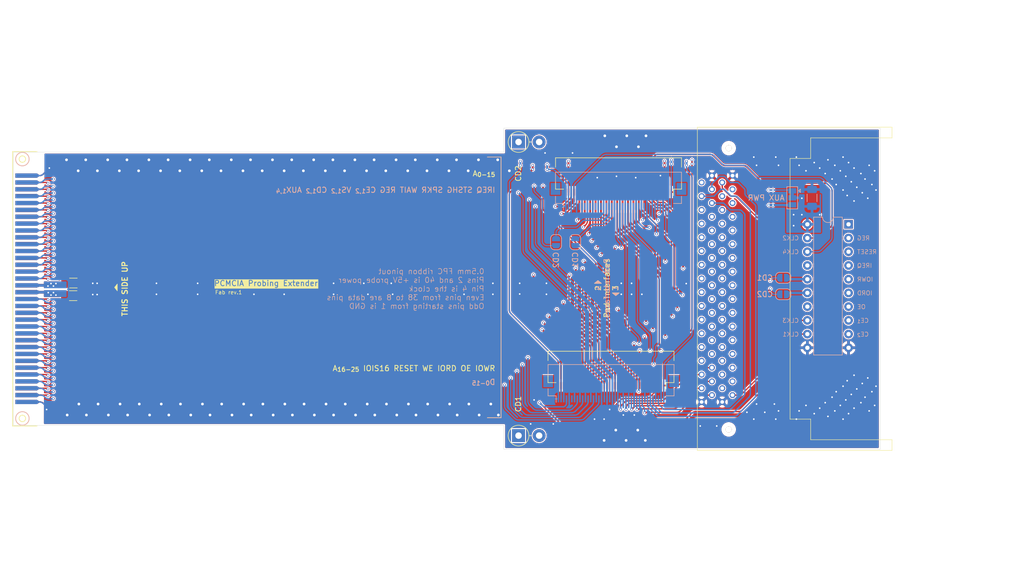
<source format=kicad_pcb>
(kicad_pcb (version 20240108) (generator "pcbnew") (generator_version "8.0")
  (layers (0 "F.Cu" mixed) (1 "In1.Cu" signal) (2 "In2.Cu" signal) (31 "B.Cu" power) (34 "B.Paste" user) (35 "F.Paste" user) (36 "B.SilkS" user "B.Silkscreen") (37 "F.SilkS" user "F.Silkscreen") (38 "B.Mask" user) (39 "F.Mask" user) (44 "Edge.Cuts" user))
  (net 0 "")
  (net 2 "/D3")
  (net 3 "/D4")
  (net 4 "/D5")
  (net 5 "/D6")
  (net 6 "/D7")
  (net 7 "/CE1")
  (net 8 "/A10")
  (net 9 "/OE")
  (net 10 "/A11")
  (net 11 "/A9")
  (net 12 "/A8")
  (net 13 "/A13")
  (net 14 "/A14")
  (net 15 "/WE")
  (net 16 "/IREQ")
  (net 17 "/VPP")
  (net 18 "/A16")
  (net 19 "/A15")
  (net 20 "/A12")
  (net 21 "/A7")
  (net 22 "/A6")
  (net 23 "/A5")
  (net 24 "/A4")
  (net 25 "/A3")
  (net 26 "/A2")
  (net 27 "/A1")
  (net 28 "/A0")
  (net 29 "/D0")
  (net 30 "/D1")
  (net 31 "/D2")
  (net 32 "/IOIS16")
  (net 33 "/CD1")
  (net 34 "/D11")
  (net 35 "/D12")
  (net 36 "/D13")
  (net 37 "/D14")
  (net 38 "/D15")
  (net 39 "/CE2")
  (net 40 "/VS1")
  (net 41 "/IORD")
  (net 42 "/IOWR")
  (net 43 "/A17")
  (net 44 "/A18")
  (net 45 "/A19")
  (net 46 "/A20")
  (net 47 "/A21")
  (net 48 "/A22")
  (net 49 "/A23")
  (net 50 "/A24")
  (net 51 "/A25")
  (net 52 "/VS2")
  (net 53 "/RESET")
  (net 54 "/WAIT")
  (net 55 "/INPACK")
  (net 56 "/REG")
  (net 57 "/SPKR")
  (net 58 "/STSHG")
  (net 59 "/D8")
  (net 60 "/D9")
  (net 61 "/D10")
  (net 62 "/CD2")
  (net 63 "GND")
  (net 64 "PROBE.5V")
  (net 65 "/CLK1")
  (net 66 "/CLK2")
  (net 69 "/AUX4")
  (net 70 "/AUX3")
  (net 71 "/AUX2")
  (net 72 "/AUX1")
  (net 73 "5V")
  (net 74 "VAUX")
  (net 75 "/CLK3")
  (net 76 "/CLK4")
  (net 79 "Net-(J6-Pin_16)")
  (net 80 "Net-(J6-Pin_18)")
  (net 83 "Net-(J7-IO5)")
  (net 84 "Net-(J7-IO4)")
  (net 85 "/I.CD2")
  (net 86 "/I.CD1")
  (footprint "Amphenol:95622003LF" (layer "F.Cu") (at 81.28 83.312 90)
    (property "Reference" "J1" (hide yes))
    (property "Value" "IC1F-68RD-1.27SF(52)")
  )
  (footprint "Amphenol:92140010LF" (layer "F.Cu") (at 204.216 104.267 90)
    (property "Reference" "J2" (hide yes))
    (property "Value" "92140-010LF" (hide yes))
  )
  (footprint "Connector_FFC-FPC:Hirose_FH12-40S-0.5SH_1x40-1MP_P0.50mm_Horizontal" (layer "F.Cu") (at 188.849 63.561 180)
    (property "Reference" "J4" (hide yes))
    (property "Value" "A_{0-15}")
  )
  (footprint "Diode_THT:D_DO-15_P3.81mm_Vertical_AnodeUp" (layer "F.Cu") (at 170.353 110.49)
    (property "Reference" "SW1" (hide yes))
    (property "Value" "CD1")
  )
  (footprint "Capacitor_SMD:C_1206_3216Metric_Pad1.33x1.80mm_HandSolder" (layer "F.Cu") (at 88.011 82.2452)
    (property "Reference" "C2" (hide yes))
    (property "Value" "1uF PWR")
  )
  (footprint "Capacitor_SMD:C_1206_3216Metric_Pad1.33x1.80mm_HandSolder" (layer "F.Cu") (at 87.9725 84.582)
    (property "Reference" "C1" (hide yes))
    (property "Value" "1uF PWR")
  )
  (footprint "Connector_FFC-FPC:Hirose_FH12-40S-0.5SH_1x40-1MP_P0.50mm_Horizontal" (layer "F.Cu") (at 187.452 99.375 180)
    (property "Reference" "J5" (hide yes))
    (property "Value" "A_{16-25} IOIS16 RESET WE IORD OE IOWR")
  )
  (footprint "Diode_THT:D_DO-15_P3.81mm_Vertical_AnodeUp" (layer "F.Cu") (at 170.353 56.134)
    (property "Reference" "SW2" (hide yes))
    (property "Value" "CD2")
  )
  (footprint "Package_DIP:DIP-20_W7.62mm" (layer "B.Cu") (at 231.394 71.374 180)
    (property "Reference" "J7" (hide yes))
    (property "Value" "REG RESET IREQ IOWR IORD OE CE_{1,2}" (hide yes))
  )
  (footprint "Connector_FFC-FPC:Hirose_FH12-40S-0.5SH_1x40-1MP_P0.50mm_Horizontal" (layer "B.Cu") (at 188.8404 66.2208)
    (property "Reference" "J6" (hide yes))
    (property "Value" "IREQ STSHG SPKR WAIT REG CE_{1,2} VS_{1,2} CD_{1,2} AUX_{1,4}")
  )
  (footprint "Connector_FFC-FPC:Hirose_FH12-40S-0.5SH_1x40-1MP_P0.50mm_Horizontal" (layer "B.Cu") (at 187.4688 101.8316)
    (property "Reference" "J3" (hide yes))
    (property "Value" "D_{0-15}")
  )
  (footprint "Capacitor_SMD:C_1206_3216Metric_Pad1.33x1.80mm_HandSolder" (layer "B.Cu") (at 224.6376 66.4849 90)
    (property "Reference" "C3" (hide yes))
    (property "Value" "1uF PWR")
  )
  (footprint "Jumper:SolderJumper-2_P1.3mm_Open_RoundedPad1.0x1.5mm" (layer "B.Cu") (at 219.314 84.328 180)
    (property "Reference" "JP3" (hide yes))
    (property "Value" "CD2")
  )
  (footprint "Jumper:SolderJumper-3_P1.3mm_Bridged12_Pad1.0x1.5mm" (layer "B.Cu") (at 220.98 66.4672 -90)
    (property "Reference" "JP1" (hide yes))
    (property "Value" "AUX PWR")
  )
  (footprint "Jumper:SolderJumper-2_P1.3mm_Open_RoundedPad1.0x1.5mm" (layer "B.Cu") (at 180.848 74.676 90)
    (property "Reference" "JP4" (hide yes))
    (property "Value" "CD1")
  )
  (footprint "Jumper:SolderJumper-2_P1.3mm_Open_RoundedPad1.0x1.5mm" (layer "B.Cu") (at 219.314 81.28 180)
    (property "Reference" "JP2" (hide yes))
    (property "Value" "CD1")
  )
  (footprint "Jumper:SolderJumper-2_P1.3mm_Open_RoundedPad1.0x1.5mm" (layer "B.Cu") (at 177.292 74.676 90)
    (property "Reference" "JP5" (hide yes))
    (property "Value" "CD2")
  )
  (gr_line (start 167.132 58.928) (end 167.132 107.188) (stroke (width 0.12)) (layer "B.SilkS"))
  (gr_line (start 164.592 58.928) (end 167.132 58.928) (stroke (width 0.12)) (layer "B.SilkS"))
  (gr_line (start 164.592 107.188) (end 167.132 107.188) (stroke (width 0.12)) (layer "B.SilkS"))
  (gr_poly (pts (xy 184.404 82.296) (xy 185.039 81.788) (xy 185.674 82.296)) (stroke (width 0.1)) (fill solid) (layer "B.SilkS"))
  (gr_poly (pts (xy 188.976 84.074) (xy 188.341 84.582) (xy 187.706 84.074)) (stroke (width 0.1)) (fill solid) (layer "B.SilkS"))
  (gr_poly (pts (xy 96.139 82.423) (xy 95.631 83.058) (xy 96.139 83.693)) (stroke (width 0.1)) (fill solid) (layer "F.SilkS"))
  (gr_poly (pts (xy 187.706 84.074) (xy 188.341 84.582) (xy 188.976 84.074)) (stroke (width 0.1)) (fill solid) (layer "F.SilkS"))
  (gr_line (start 167.132 58.928) (end 164.592 58.928) (stroke (width 0.12)) (layer "F.SilkS"))
  (gr_poly (pts (xy 185.674 82.296) (xy 185.039 81.788) (xy 184.404 82.296)) (stroke (width 0.1)) (fill solid) (layer "F.SilkS"))
  (gr_line (start 167.132 107.188) (end 164.592 107.188) (stroke (width 0.12)) (layer "F.SilkS"))
  (gr_line (start 167.132 58.928) (end 167.132 107.188) (stroke (width 0.12)) (layer "F.SilkS"))
  (gr_line (start 167.64 58.039) (end 76.9366 58.039) (stroke (width 0.05)) (layer "Edge.Cuts"))
  (gr_line (start 167.64 113.03) (end 237.236 113.03) (stroke (width 0.05)) (layer "Edge.Cuts"))
  (gr_line (start 237.236 113.03) (end 237.236 53.594) (stroke (width 0.05)) (layer "Edge.Cuts"))
  (gr_line (start 167.64 108.585) (end 167.64 113.03) (stroke (width 0.05)) (layer "Edge.Cuts"))
  (gr_line (start 167.64 53.594) (end 237.236 53.594) (stroke (width 0.05)) (layer "Edge.Cuts"))
  (gr_line (start 167.64 58.039) (end 167.64 53.594) (stroke (width 0.05)) (layer "Edge.Cuts"))
  (gr_line (start 76.9366 58.039) (end 76.9366 108.585) (stroke (width 0.05)) (layer "Edge.Cuts"))
  (gr_line (start 76.9366 108.585) (end 167.64 108.585) (stroke (width 0.05)) (layer "Edge.Cuts"))
  (gr_text "CLK2\n\nCLK4\n\n\n\n\n\n\n\n\n\nCLK3\n\nCLK1" (at 222.25 92.202 0) (layer "B.SilkS") (effects (font (size 0.79 0.8) (thickness 0.1)) (justify left bottom mirror)))
  (gr_text "0.5mm FPC ribbon pinout\nPins 2 and 40 is +5V probe power\nPin 4 is the clock\nEven pins from 38 to 8 are data pins\nOdd pins starting from 1 is GND" (at 164.084 83.312 0) (layer "B.SilkS") (effects (font (size 1 1) (thickness 0.1)) (justify left mirror)))
  (gr_text "REG\n\nRESET\n\nIREQ\n\nIOWR\n\nIORD\n\nOE\n\nCE_{1}\n\nCE_{2}" (at 232.918 92.202 0) (layer "B.SilkS") (effects (font (size 0.79 0.8) (thickness 0.1)) (justify right bottom mirror)))
  (gr_text "4\nPod Interfaces\n1" (at 186.69 83.185 90) (layer "B.SilkS") (effects (font (size 1 1)) (justify mirror)))
  (gr_text "PCMCIA Probing Extender" (at 123.6472 82.296 0) (layer "F.SilkS" knockout) (effects (font (size 1 1))))
  (gr_text "Fab rev.1" (at 114.173 84.3788 0) (layer "F.SilkS") (effects (font (size 0.7 0.7) (thickness 0.1)) (justify left bottom)))
  (gr_text "2\nPod Interfaces\n3" (at 186.69 83.185 90) (layer "F.SilkS") (effects (font (size 1 1))))
  (gr_text "THIS SIDE UP" (at 97.536 83.312 90) (layer "F.SilkS") (effects (font (size 1 1) (thickness 0.2))))
  (segment (start 83.312 103.124) (end 83.18 102.992) (width 0.25) (layer "F.Cu") (net 2))
  (segment (start 193.802 106.172) (end 199.610786 106.172) (width 0.25) (layer "F.Cu") (net 2))
  (segment (start 193.675 106.299) (end 193.802 106.172) (width 0.25) (layer "F.Cu") (net 2))
  (segment (start 200.317893 105.879107) (end 202.907107 103.289893) (width 0.25) (layer "F.Cu") (net 2))
  (segment (start 83.18 102.992) (end 79.28 102.992) (width 0.25) (layer "F.Cu") (net 2))
  (segment (start 203.614214 102.997) (end 206.122 102.997) (width 0.25) (layer "F.Cu") (net 2))
  (via (at 193.675 106.299) (size 0.5) (drill 0.3) (layers "F.Cu" "B.Cu") (net 2))
  (via (at 83.312 103.124) (size 0.5) (drill 0.3) (layers "F.Cu" "B.Cu") (net 2))
  (arc (start 200.317893 105.879107) (mid 199.99347 106.09588) (end 199.610786 106.172) (width 0.25) (layer "F.Cu") (net 2))
  (arc (start 202.907107 103.289893) (mid 203.23153 103.07312) (end 203.614214 102.997) (width 0.25) (layer "F.Cu") (net 2))
  (segment (start 193.2188 103.6816) (end 193.2188 104.788115) (width 0.25) (layer "B.Cu") (net 2))
  (segment (start 193.675 105.575685) (end 193.675 106.299) (width 0.25) (layer "B.Cu") (net 2))
  (segment (start 193.335958 105.070958) (end 193.557843 105.292843) (width 0.25) (layer "B.Cu") (net 2))
  (arc (start 193.675 105.575685) (mid 193.644552 105.422612) (end 193.557843 105.292843) (width 0.25) (layer "B.Cu") (net 2))
  (arc (start 193.335958 105.070958) (mid 193.249249 104.941189) (end 193.2188 104.788115) (width 0.25) (layer "B.Cu") (net 2))
  (segment (start 192.4085 105.5335) (end 192.278 105.664) (width 0.25) (layer "F.Cu") (net 3))
  (segment (start 83.18 101.722) (end 83.312 101.854) (width 0.25) (layer "F.Cu") (net 3))
  (segment (start 198.975786 105.537) (end 193.726173 105.537) (width 0.25) (layer "F.Cu") (net 3))
  (segment (start 204.216 101.727) (end 203.614214 101.727) (width 0.25) (layer "F.Cu") (net 3))
  (segment (start 79.28 101.722) (end 83.18 101.722) (width 0.25) (layer "F.Cu") (net 3))
  (segment (start 193.722673 105.5335) (end 192.4085 105.5335) (width 0.25) (layer "F.Cu") (net 3))
  (segment (start 202.907107 102.019893) (end 199.682893 105.244107) (width 0.25) (layer "F.Cu") (net 3))
  (segment (start 193.726173 105.537) (end 193.722673 105.5335) (width 0.25) (layer "F.Cu") (net 3))
  (via (at 83.312 101.854) (size 0.5) (drill 0.3) (layers "F.Cu" "B.Cu") (net 3))
  (via (at 192.278 105.664) (size 0.5) (drill 0.3) (layers "F.Cu" "B.Cu") (net 3))
  (arc (start 199.682893 105.244107) (mid 199.35847 105.46088) (end 198.975786 105.537) (width 0.25) (layer "F.Cu") (net 3))
  (arc (start 202.907107 102.019893) (mid 203.23153 101.80312) (end 203.614214 101.727) (width 0.25) (layer "F.Cu") (net 3))
  (segment (start 192.2188 105.6048) (end 192.278 105.664) (width 0.25) (layer "B.Cu") (net 3))
  (segment (start 192.2188 103.6816) (end 192.2188 105.6048) (width 0.25) (layer "B.Cu") (net 3))
  (segment (start 83.18 100.452) (end 83.312 100.584) (width 0.25) (layer "F.Cu") (net 4))
  (segment (start 198.282786 104.96) (end 192.297371 104.96) (width 0.25) (layer "F.Cu") (net 4))
  (segment (start 202.907107 100.749893) (end 198.989893 104.667107) (width 0.25) (layer "F.Cu") (net 4))
  (segment (start 191.731685 105.194315) (end 191.262 105.664) (width 0.25) (layer "F.Cu") (net 4))
  (segment (start 79.28 100.452) (end 83.18 100.452) (width 0.25) (layer "F.Cu") (net 4))
  (segment (start 206.122 100.457) (end 203.614214 100.457) (width 0.25) (layer "F.Cu") (net 4))
  (via (at 191.262 105.664) (size 0.5) (drill 0.3) (layers "F.Cu" "B.Cu") (net 4))
  (via (at 83.312 100.584) (size 0.5) (drill 0.3) (layers "F.Cu" "B.Cu") (net 4))
  (arc (start 192.297371 104.96) (mid 191.991224 105.020897) (end 191.731685 105.194315) (width 0.25) (layer "F.Cu") (net 4))
  (arc (start 202.907107 100.749893) (mid 203.23153 100.53312) (end 203.614214 100.457) (width 0.25) (layer "F.Cu") (net 4))
  (arc (start 198.989893 104.667107) (mid 198.66547 104.88388) (end 198.282786 104.96) (width 0.25) (layer "F.Cu") (net 4))
  (segment (start 191.2188 105.6208) (end 191.2188 103.6816) (width 0.25) (layer "B.Cu") (net 4))
  (segment (start 191.262 105.664) (end 191.2188 105.6208) (width 0.25) (layer "B.Cu") (net 4))
  (segment (start 191.096371 104.51) (end 197.589786 104.51) (width 0.25) (layer "F.Cu") (net 5))
  (segment (start 83.18 99.182) (end 83.312 99.314) (width 0.25) (layer "F.Cu") (net 5))
  (segment (start 203.741214 99.187) (end 204.216 99.187) (width 0.25) (layer "F.Cu") (net 5))
  (segment (start 190.480315 104.794685) (end 190.530686 104.744314) (width 0.25) (layer "F.Cu") (net 5))
  (segment (start 190.246 105.664) (end 190.246 105.360371) (width 0.25) (layer "F.Cu") (net 5))
  (segment (start 79.28 99.182) (end 83.18 99.182) (width 0.25) (layer "F.Cu") (net 5))
  (segment (start 198.296893 104.217107) (end 203.034107 99.479893) (width 0.25) (layer "F.Cu") (net 5))
  (via (at 83.312 99.314) (size 0.5) (drill 0.3) (layers "F.Cu" "B.Cu") (net 5))
  (via (at 190.246 105.664) (size 0.5) (drill 0.3) (layers "F.Cu" "B.Cu") (net 5))
  (arc (start 197.589786 104.51) (mid 197.972469 104.43388) (end 198.296893 104.217107) (width 0.25) (layer "F.Cu") (net 5))
  (arc (start 191.096371 104.51) (mid 190.790225 104.570896) (end 190.530686 104.744314) (width 0.25) (layer "F.Cu") (net 5))
  (arc (start 203.741214 99.187) (mid 203.358531 99.26312) (end 203.034107 99.479893) (width 0.25) (layer "F.Cu") (net 5))
  (arc (start 190.246 105.360371) (mid 190.306897 105.054224) (end 190.480315 104.794685) (width 0.25) (layer "F.Cu") (net 5))
  (segment (start 190.246 105.664) (end 190.2188 105.6368) (width 0.25) (layer "B.Cu") (net 5))
  (segment (start 190.2188 105.6368) (end 190.2188 103.6816) (width 0.25) (layer "B.Cu") (net 5))
  (segment (start 83.18 97.912) (end 83.312 98.044) (width 0.25) (layer "F.Cu") (net 6))
  (segment (start 189.464315 104.794685) (end 189.964686 104.294314) (width 0.25) (layer "F.Cu") (net 6))
  (segment (start 190.530371 104.06) (end 196.642786 104.06) (width 0.25) (layer "F.Cu") (net 6))
  (segment (start 203.614214 97.917) (end 206.122 97.917) (width 0.25) (layer "F.Cu") (net 6))
  (segment (start 197.349893 103.767107) (end 202.907107 98.209893) (width 0.25) (layer "F.Cu") (net 6))
  (segment (start 189.23 105.664) (end 189.23 105.360371) (width 0.25) (layer "F.Cu") (net 6))
  (segment (start 79.28 97.912) (end 83.18 97.912) (width 0.25) (layer "F.Cu") (net 6))
  (via (at 83.312 98.044) (size 0.5) (drill 0.3) (layers "F.Cu" "B.Cu") (net 6))
  (via (at 189.23 105.664) (size 0.5) (drill 0.3) (layers "F.Cu" "B.Cu") (net 6))
  (arc (start 189.23 105.360371) (mid 189.290897 105.054224) (end 189.464315 104.794685) (width 0.25) (layer "F.Cu") (net 6))
  (arc (start 203.614214 97.917) (mid 203.231531 97.99312) (end 202.907107 98.209893) (width 0.25) (layer "F.Cu") (net 6))
  (arc (start 196.642786 104.06) (mid 197.025469 103.98388) (end 197.349893 103.767107) (width 0.25) (layer "F.Cu") (net 6))
  (arc (start 189.964686 104.294314) (mid 190.224225 104.120896) (end 190.530371 104.06) (width 0.25) (layer "F.Cu") (net 6))
  (segment (start 189.2188 105.6528) (end 189.2188 103.6816) (width 0.25) (layer "B.Cu") (net 6))
  (segment (start 189.23 105.664) (end 189.2188 105.6528) (width 0.25) (layer "B.Cu") (net 6))
  (segment (start 83.18 96.642) (end 79.28 96.642) (width 0.25) (layer "F.Cu") (net 7))
  (segment (start 83.312 96.774) (end 83.18 96.642) (width 0.25) (layer "F.Cu") (net 7))
  (via (at 195.326 97.282) (size 0.5) (drill 0.3) (layers "F.Cu" "B.Cu") (net 7))
  (via (at 83.312 96.774) (size 0.5) (drill 0.3) (layers "F.Cu" "B.Cu") (net 7))
  (segment (start 196.049107 77.177107) (end 191.883293 73.011293) (width 0.25) (layer "B.Cu") (net 7))
  (segment (start 195.707 95.550893) (end 195.707 94.187107) (width 0.25) (layer "B.Cu") (net 7))
  (segment (start 195.472447 95.992553) (end 195.560554 95.904446) (width 0.25) (layer "B.Cu") (net 7))
  (segment (start 195.853447 93.833553) (end 196.195554 93.491446) (width 0.25) (layer "B.Cu") (net 7))
  (segment (start 196.342 93.137893) (end 196.342 77.884214) (width 0.25) (layer "B.Cu") (net 7))
  (segment (start 191.5904 72.304186) (end 191.5904 68.0708) (width 0.25) (layer "B.Cu") (net 7))
  (segment (start 195.326 97.282) (end 195.326 96.346107) (width 0.25) (layer "B.Cu") (net 7))
  (arc (start 196.195554 93.491446) (mid 196.30394 93.329234) (end 196.342 93.137893) (width 0.25) (layer "B.Cu") (net 7))
  (arc (start 195.853447 93.833553) (mid 195.74506 93.995765) (end 195.707 94.187107) (width 0.25) (layer "B.Cu") (net 7))
  (arc (start 195.326 96.346107) (mid 195.36406 96.154765) (end 195.472447 95.992553) (width 0.25) (layer "B.Cu") (net 7))
  (arc (start 196.049107 77.177107) (mid 196.26588 77.50153) (end 196.342 77.884214) (width 0.25) (layer "B.Cu") (net 7))
  (arc (start 195.707 95.550893) (mid 195.66894 95.742234) (end 195.560554 95.904446) (width 0.25) (layer "B.Cu") (net 7))
  (arc (start 191.883293 73.011293) (mid 191.66652 72.68687) (end 191.5904 72.304186) (width 0.25) (layer "B.Cu") (net 7))
  (segment (start 190.391893 71.900893) (end 194.779107 76.288107) (width 0.25) (layer "F.Cu") (net 8))
  (segment (start 195.364893 80.302893) (end 196.098427 81.036427) (width 0.25) (layer "F.Cu") (net 8))
  (segment (start 195.072 76.995214) (end 195.072 79.595786) (width 0.25) (layer "F.Cu") (net 8))
  (segment (start 196.39132 94.41032) (end 196.723 94.742) (width 0.25) (layer "F.Cu") (net 8))
  (segment (start 83.312 95.504) (end 83.18 95.372) (width 0.25) (layer "F.Cu") (net 8))
  (segment (start 196.39132 81.743534) (end 196.39132 94.41032) (width 0.25) (layer "F.Cu") (net 8))
  (segment (start 79.28 95.372) (end 83.18 95.372) (width 0.25) (layer "F.Cu") (net 8))
  (segment (start 190.099 65.411) (end 190.099 71.193786) (width 0.25) (layer "F.Cu") (net 8))
  (via (at 196.723 94.742) (size 0.5) (drill 0.3) (layers "F.Cu" "B.Cu") (net 8))
  (via (at 83.312 95.504) (size 0.5) (drill 0.3) (layers "F.Cu" "B.Cu") (net 8))
  (arc (start 190.099 71.193786) (mid 190.17512 71.576469) (end 190.391893 71.900893) (width 0.25) (layer "F.Cu") (net 8))
  (arc (start 195.364893 80.302893) (mid 195.14812 79.97847) (end 195.072 79.595786) (width 0.25) (layer "F.Cu") (net 8))
  (arc (start 195.072 76.995214) (mid 194.99588 76.612531) (end 194.779107 76.288107) (width 0.25) (layer "F.Cu") (net 8))
  (arc (start 196.098427 81.036427) (mid 196.3152 81.36085) (end 196.39132 81.743534) (width 0.25) (layer "F.Cu") (net 8))
  (segment (start 192.702 101.225) (end 192.702 94.912) (width 0.25) (layer "F.Cu") (net 9))
  (segment (start 192.702 94.912) (end 192.786 94.6912) (width 0.25) (layer "F.Cu") (net 9))
  (segment (start 192.786 94.6912) (end 192.6844 94.8944) (width 0.25) (layer "F.Cu") (net 9))
  (segment (start 83.18 94.102) (end 83.312 94.234) (width 0.25) (layer "F.Cu") (net 9))
  (segment (start 79.28 94.102) (end 83.18 94.102) (width 0.25) (layer "F.Cu") (net 9))
  (via (at 83.312 94.234) (size 0.5) (drill 0.3) (layers "F.Cu" "B.Cu") (net 9))
  (via (at 192.786 94.6912) (size 0.5) (drill 0.3) (layers "F.Cu" "B.Cu") (net 9))
  (segment (start 83.312 92.964) (end 83.18 92.832) (width 0.25) (layer "F.Cu") (net 10))
  (segment (start 79.28 92.832) (end 83.18 92.832) (width 0.25) (layer "F.Cu") (net 10))
  (segment (start 191.391893 71.376893) (end 195.795107 75.780107) (width 0.25) (layer "F.Cu") (net 10))
  (segment (start 191.099 65.411) (end 191.099 70.669786) (width 0.25) (layer "F.Cu") (net 10))
  (segment (start 197.485 81.059214) (end 197.485 92.206989) (width 0.25) (layer "F.Cu") (net 10))
  (segment (start 196.380893 79.540893) (end 197.192107 80.352107) (width 0.25) (layer "F.Cu") (net 10))
  (segment (start 196.088 76.487214) (end 196.088 78.833786) (width 0.25) (layer "F.Cu") (net 10))
  (via (at 197.485 92.206989) (size 0.5) (drill 0.3) (layers "F.Cu" "B.Cu") (net 10))
  (via (at 83.312 92.964) (size 0.5) (drill 0.3) (layers "F.Cu" "B.Cu") (net 10))
  (arc (start 196.380893 79.540893) (mid 196.16412 79.21647) (end 196.088 78.833786) (width 0.25) (layer "F.Cu") (net 10))
  (arc (start 196.088 76.487214) (mid 196.01188 76.104531) (end 195.795107 75.780107) (width 0.25) (layer "F.Cu") (net 10))
  (arc (start 191.099 70.669786) (mid 191.17512 71.052469) (end 191.391893 71.376893) (width 0.25) (layer "F.Cu") (net 10))
  (arc (start 197.192107 80.352107) (mid 197.40888 80.67653) (end 197.485 81.059214) (width 0.25) (layer "F.Cu") (net 10))
  (segment (start 194.348893 81.191893) (end 194.906107 81.749107) (width 0.25) (layer "F.Cu") (net 11))
  (segment (start 189.391893 72.424893) (end 193.763107 76.796107) (width 0.25) (layer "F.Cu") (net 11))
  (segment (start 195.199 82.456214) (end 195.199 90.932) (width 0.25) (layer "F.Cu") (net 11))
  (segment (start 79.28 91.562) (end 83.18 91.562) (width 0.25) (layer "F.Cu") (net 11))
  (segment (start 83.18 91.562) (end 83.312 91.694) (width 0.25) (layer "F.Cu") (net 11))
  (segment (start 194.056 77.503214) (end 194.056 80.484786) (width 0.25) (layer "F.Cu") (net 11))
  (segment (start 189.099 65.411) (end 189.099 71.717786) (width 0.25) (layer "F.Cu") (net 11))
  (via (at 83.312 91.694) (size 0.5) (drill 0.3) (layers "F.Cu" "B.Cu") (net 11))
  (via (at 195.199 90.932) (size 0.5) (drill 0.3) (layers "F.Cu" "B.Cu") (net 11))
  (arc (start 194.056 77.503214) (mid 193.97988 77.120531) (end 193.763107 76.796107) (width 0.25) (layer "F.Cu") (net 11))
  (arc (start 194.056 80.484786) (mid 194.13212 80.867469) (end 194.348893 81.191893) (width 0.25) (layer "F.Cu") (net 11))
  (arc (start 189.099 71.717786) (mid 189.17512 72.100469) (end 189.391893 72.424893) (width 0.25) (layer "F.Cu") (net 11))
  (arc (start 194.906107 81.749107) (mid 195.12288 82.07353) (end 195.199 82.456214) (width 0.25) (layer "F.Cu") (net 11))
  (segment (start 83.18 90.292) (end 83.312 90.424) (width 0.25) (layer "F.Cu") (net 12))
  (segment (start 193.929 83.091214) (end 193.929 89.597) (width 0.25) (layer "F.Cu") (net 12))
  (segment (start 188.099 65.411) (end 188.099 72.241786) (width 0.25) (layer "F.Cu") (net 12))
  (segment (start 192.913 77.884214) (end 192.913 81.246786) (width 0.25) (layer "F.Cu") (net 12))
  (segment (start 79.28 90.292) (end 83.18 90.292) (width 0.25) (layer "F.Cu") (net 12))
  (segment (start 188.391893 72.948893) (end 192.620107 77.177107) (width 0.25) (layer "F.Cu") (net 12))
  (segment (start 193.205893 81.953893) (end 193.636107 82.384107) (width 0.25) (layer "F.Cu") (net 12))
  (via (at 83.312 90.424) (size 0.5) (drill 0.3) (layers "F.Cu" "B.Cu") (net 12))
  (via (at 193.929 89.597) (size 0.5) (drill 0.3) (layers "F.Cu" "B.Cu") (net 12))
  (arc (start 192.913 81.246786) (mid 192.98912 81.629469) (end 193.205893 81.953893) (width 0.25) (layer "F.Cu") (net 12))
  (arc (start 188.099 72.241786) (mid 188.17512 72.624469) (end 188.391893 72.948893) (width 0.25) (layer "F.Cu") (net 12))
  (arc (start 192.913 77.884214) (mid 192.83688 77.501531) (end 192.620107 77.177107) (width 0.25) (layer "F.Cu") (net 12))
  (arc (start 193.929 83.091214) (mid 193.85288 82.708531) (end 193.636107 82.384107) (width 0.25) (layer "F.Cu") (net 12))
  (segment (start 198.628 88.138) (end 198.628 74.633014) (width 0.25) (layer "F.Cu") (net 13))
  (segment (start 193.099 68.275586) (end 193.099 65.411) (width 0.25) (layer "F.Cu") (net 13))
  (segment (start 198.335107 73.925907) (end 193.391893 68.982693) (width 0.25) (layer "F.Cu") (net 13))
  (segment (start 79.28 89.022) (end 83.18 89.022) (width 0.25) (layer "F.Cu") (net 13))
  (segment (start 198.882 88.392) (end 198.628 88.138) (width 0.25) (layer "F.Cu") (net 13))
  (segment (start 83.18 89.022) (end 83.312 89.154) (width 0.25) (layer "F.Cu") (net 13))
  (via (at 198.882 88.392) (size 0.5) (drill 0.3) (layers "F.Cu" "B.Cu") (net 13))
  (via (at 83.312 89.154) (size 0.5) (drill 0.3) (layers "F.Cu" "B.Cu") (net 13))
  (arc (start 193.391893 68.982693) (mid 193.17512 68.65827) (end 193.099 68.275586) (width 0.25) (layer "F.Cu") (net 13))
  (arc (start 198.628 74.633014) (mid 198.55188 74.250331) (end 198.335107 73.925907) (width 0.25) (layer "F.Cu") (net 13))
  (segment (start 199.6948 72.093014) (end 199.6948 86.9808) (width 0.25) (layer "F.Cu") (net 14))
  (segment (start 195.946264 68.326) (end 196.725736 68.326) (width 0.25) (layer "F.Cu") (net 14))
  (segment (start 199.6948 86.9808) (end 199.771 87.057) (width 0.25) (layer "F.Cu") (net 14))
  (segment (start 197.699868 69.683868) (end 199.401907 71.385907) (width 0.25) (layer "F.Cu") (net 14))
  (segment (start 194.186868 66.690868) (end 195.734132 68.238132) (width 0.25) (layer "F.Cu") (net 14))
  (segment (start 197.612 69.212264) (end 197.612 69.471736) (width 0.25) (layer "F.Cu") (net 14))
  (segment (start 196.937868 68.413868) (end 197.524132 69.000132) (width 0.25) (layer "F.Cu") (net 14))
  (segment (start 83.18 87.752) (end 79.28 87.752) (width 0.25) (layer "F.Cu") (net 14))
  (segment (start 194.099 65.411) (end 194.099 66.478736) (width 0.25) (layer "F.Cu") (net 14))
  (segment (start 83.312 87.884) (end 83.18 87.752) (width 0.25) (layer "F.Cu") (net 14))
  (via (at 83.312 87.884) (size 0.5) (drill 0.3) (layers "F.Cu" "B.Cu") (net 14))
  (via (at 199.771 87.057) (size 0.5) (drill 0.3) (layers "F.Cu" "B.Cu") (net 14))
  (arc (start 194.099 66.478736) (mid 194.121836 66.593541) (end 194.186868 66.690868) (width 0.25) (layer "F.Cu") (net 14))
  (arc (start 199.6948 72.093014) (mid 199.61868 71.710331) (end 199.401907 71.385907) (width 0.25) (layer "F.Cu") (net 14))
  (arc (start 196.937868 68.413868) (mid 196.840541 68.348836) (end 196.725736 68.326) (width 0.25) (layer "F.Cu") (net 14))
  (arc (start 197.612 69.471736) (mid 197.634836 69.586541) (end 197.699868 69.683868) (width 0.25) (layer "F.Cu") (net 14))
  (arc (start 197.612 69.212264) (mid 197.589164 69.097459) (end 197.524132 69.000132) (width 0.25) (layer "F.Cu") (net 14))
  (arc (start 195.734132 68.238132) (mid 195.831459 68.303164) (end 195.946264 68.326) (width 0.25) (layer "F.Cu") (net 14))
  (segment (start 190.409107 88.859907) (end 188.6712 87.122) (width 0.25) (layer "F.Cu") (net 15))
  (segment (start 83.18 86.482) (end 79.28 86.482) (width 0.25) (layer "F.Cu") (net 15))
  (segment (start 83.312 86.614) (end 83.18 86.482) (width 0.25) (layer "F.Cu") (net 15))
  (segment (start 190.702 101.225) (end 190.702 89.567014) (width 0.25) (layer "F.Cu") (net 15))
  (segment (start 188.6712 87.122) (end 188.6712 87.0712) (width 0.25) (layer "F.Cu") (net 15))
  (via (at 188.6712 87.0712) (size 0.5) (drill 0.3) (layers "F.Cu" "B.Cu") (net 15))
  (via (at 83.312 86.614) (size 0.5) (drill 0.3) (layers "F.Cu" "B.Cu") (net 15))
  (arc (start 190.409107 88.859907) (mid 190.62588 89.18433) (end 190.702 89.567014) (width 0.25) (layer "F.Cu") (net 15))
  (segment (start 83.18 85.212) (end 79.28 85.212) (width 0.25) (layer "F.Cu") (net 16))
  (segment (start 83.312 85.344) (end 83.18 85.212) (width 0.25) (layer "F.Cu") (net 16))
  (via (at 200.66 84.455) (size 0.5) (drill 0.3) (layers "F.Cu" "B.Cu") (net 16))
  (via (at 83.312 85.344) (size 0.5) (drill 0.3) (layers "F.Cu" "B.Cu") (net 16))
  (segment (start 199.136 75.852214) (end 199.136 82.516786) (width 0.25) (layer "B.Cu") (net 16))
  (segment (start 199.428893 83.223893) (end 200.66 84.455) (width 0.25) (layer "B.Cu") (net 16))
  (segment (start 197.5904 68.0708) (end 197.5904 73.478186) (width 0.25) (layer "B.Cu") (net 16))
  (segment (start 197.883293 74.185293) (end 198.843107 75.145107) (width 0.25) (layer "B.Cu") (net 16))
  (arc (start 197.883293 74.185293) (mid 197.66652 73.86087) (end 197.5904 73.478186) (width 0.25) (layer "B.Cu") (net 16))
  (arc (start 198.843107 75.145107) (mid 199.05988 75.46953) (end 199.136 75.852214) (width 0.25) (layer "B.Cu") (net 16))
  (arc (start 199.428893 83.223893) (mid 199.21212 82.89947) (end 199.136 82.516786) (width 0.25) (layer "B.Cu") (net 16))
  (segment (start 79.28 82.672) (end 83.18 82.672) (width 0.5) (layer "F.Cu") (net 17))
  (segment (start 86.3469 82.3468) (end 86.4485 82.2452) (width 0.5) (layer "F.Cu") (net 17))
  (segment (start 84.7852 82.3468) (end 86.3469 82.3468) (width 0.5) (layer "F.Cu") (net 17))
  (via (at 84.328 82.804) (size 0.5) (drill 0.3) (layers "F.Cu" "B.Cu") (net 17))
  (via (at 83.312 82.804) (size 0.5) (drill 0.3) (layers "F.Cu" "B.Cu") (net 17))
  (via (at 83.8708 82.3468) (size 0.5) (drill 0.3) (layers "F.Cu" "B.Cu") (net 17))
  (via (at 84.7852 82.3468) (size 0.5) (drill 0.3) (layers "F.Cu" "B.Cu") (net 17))
  (segment (start 79.28 82.672) (end 83.18 82.672) (width 0.5) (layer "B.Cu") (net 17))
  (segment (start 83.18 82.672) (end 83.312 82.804) (width 0.25) (layer "B.Cu") (net 17))
  (segment (start 173.419293 91.072493) (end 178.409107 96.062307) (width 0.25) (layer "F.Cu") (net 18))
  (segment (start 79.28 81.402) (end 83.18 81.402) (width 0.25) (layer "F.Cu") (net 18))
  (segment (start 173.1264 80.7374) (end 173.1264 90.365386) (width 0.25) (layer "F.Cu") (net 18))
  (segment (start 178.702 96.769414) (end 178.702 101.225) (width 0.25) (layer "F.Cu") (net 18))
  (segment (start 173.101 80.712) (end 173.1264 80.7374) (width 0.25) (layer "F.Cu") (net 18))
  (via (at 83.312 81.534) (size 0.5) (drill 0.3) (layers "F.Cu" "B.Cu") (net 18))
  (via (at 173.101 80.712) (size 0.5) (drill 0.3) (layers "F.Cu" "B.Cu") (net 18))
  (arc (start 178.409107 96.062307) (mid 178.62588 96.386731) (end 178.702 96.769414) (width 0.25) (layer "F.Cu") (net 18))
  (arc (start 173.1264 90.365386) (mid 173.20252 90.748069) (end 173.419293 91.072493) (width 0.25) (layer "F.Cu") (net 18))
  (segment (start 196.319264 67.31) (end 197.233736 67.31) (width 0.25) (layer "F.Cu") (net 19))
  (segment (start 198.969868 69.429868) (end 200.494107 70.954107) (width 0.25) (layer "F.Cu") (net 19))
  (segment (start 195.186868 66.301868) (end 196.107132 67.222132) (width 0.25) (layer "F.Cu") (net 19))
  (segment (start 79.28 80.132) (end 83.18 80.132) (width 0.25) (layer "F.Cu") (net 19))
  (segment (start 198.882 68.958264) (end 198.882 69.217736) (width 0.25) (layer "F.Cu") (net 19))
  (segment (start 200.787 71.661214) (end 200.787 79.502) (width 0.25) (layer "F.Cu") (net 19))
  (segment (start 195.099 65.411) (end 195.099 66.089736) (width 0.25) (layer "F.Cu") (net 19))
  (segment (start 197.445868 67.397868) (end 198.794132 68.746132) (width 0.25) (layer "F.Cu") (net 19))
  (via (at 200.787 79.502) (size 0.5) (drill 0.3) (layers "F.Cu" "B.Cu") (net 19))
  (via (at 83.312 80.264) (size 0.5) (drill 0.3) (layers "F.Cu" "B.Cu") (net 19))
  (arc (start 197.233736 67.31) (mid 197.348541 67.332836) (end 197.445868 67.397868) (width 0.25) (layer "F.Cu") (net 19))
  (arc (start 195.186868 66.301868) (mid 195.121836 66.204541) (end 195.099 66.089736) (width 0.25) (layer "F.Cu") (net 19))
  (arc (start 196.319264 67.31) (mid 196.204459 67.287164) (end 196.107132 67.222132) (width 0.25) (layer "F.Cu") (net 19))
  (arc (start 200.787 71.661214) (mid 200.71088 71.278531) (end 200.494107 70.954107) (width 0.25) (layer "F.Cu") (net 19))
  (arc (start 198.882 68.958264) (mid 198.859164 68.843459) (end 198.794132 68.746132) (width 0.25) (layer "F.Cu") (net 19))
  (arc (start 198.882 69.217736) (mid 198.904836 69.332541) (end 198.969868 69.429868) (width 0.25) (layer "F.Cu") (net 19))
  (segment (start 83.18 78.862) (end 83.312 78.994) (width 0.25) (layer "F.Cu") (net 20))
  (segment (start 197.485 78.232) (end 197.485 76.436414) (width 0.25) (layer "F.Cu") (net 20))
  (segment (start 197.192107 75.729307) (end 192.391893 70.929093) (width 0.25) (layer "F.Cu") (net 20))
  (segment (start 79.28 78.862) (end 83.18 78.862) (width 0.25) (layer "F.Cu") (net 20))
  (segment (start 192.099 70.221986) (end 192.099 65.411) (width 0.25) (layer "F.Cu") (net 20))
  (via (at 197.485 78.232) (size 0.5) (drill 0.3) (layers "F.Cu" "B.Cu") (net 20))
  (via (at 83.312 78.994) (size 0.5) (drill 0.3) (layers "F.Cu" "B.Cu") (net 20))
  (arc (start 197.485 76.436414) (mid 197.40888 76.053731) (end 197.192107 75.729307) (width 0.25) (layer "F.Cu") (net 20))
  (arc (start 192.099 70.221986) (mid 192.17512 70.604669) (end 192.391893 70.929093) (width 0.25) (layer "F.Cu") (net 20))
  (segment (start 83.18 77.592) (end 83.312 77.724) (width 0.25) (layer "F.Cu") (net 21))
  (segment (start 79.28 77.592) (end 83.18 77.592) (width 0.25) (layer "F.Cu") (net 21))
  (segment (start 186.806107 75.702893) (end 185.547 76.962) (width 0.25) (layer "F.Cu") (net 21))
  (segment (start 187.099 65.411) (end 187.099 74.995786) (width 0.25) (layer "F.Cu") (net 21))
  (via (at 83.312 77.724) (size 0.5) (drill 0.3) (layers "F.Cu" "B.Cu") (net 21))
  (via (at 185.547 76.962) (size 0.5) (drill 0.3) (layers "F.Cu" "B.Cu") (net 21))
  (arc (start 186.806107 75.702893) (mid 187.02288 75.37847) (end 187.099 74.995786) (width 0.25) (layer "F.Cu") (net 21))
  (segment (start 79.28 76.322) (end 83.18 76.322) (width 0.25) (layer "F.Cu") (net 22))
  (segment (start 83.18 76.322) (end 83.312 76.454) (width 0.25) (layer "F.Cu") (net 22))
  (segment (start 186.099 65.411) (end 186.099 73.963786) (width 0.25) (layer "F.Cu") (net 22))
  (segment (start 185.806107 74.670893) (end 184.785 75.692) (width 0.25) (layer "F.Cu") (net 22))
  (via (at 83.312 76.454) (size 0.5) (drill 0.3) (layers "F.Cu" "B.Cu") (net 22))
  (via (at 184.785 75.692) (size 0.5) (drill 0.3) (layers "F.Cu" "B.Cu") (net 22))
  (arc (start 185.806107 74.670893) (mid 186.02288 74.34647) (end 186.099 73.963786) (width 0.25) (layer "F.Cu") (net 22))
  (segment (start 83.18 75.052) (end 83.312 75.184) (width 0.25) (layer "F.Cu") (net 23))
  (segment (start 79.28 75.052) (end 83.18 75.052) (width 0.25) (layer "F.Cu") (net 23))
  (segment (start 185.099 65.411) (end 185.099 72.804786) (width 0.25) (layer "F.Cu") (net 23))
  (segment (start 184.806107 73.511893) (end 183.896 74.422) (width 0.25) (layer "F.Cu") (net 23))
  (via (at 83.312 75.184) (size 0.5) (drill 0.3) (layers "F.Cu" "B.Cu") (net 23))
  (via (at 183.896 74.422) (size 0.5) (drill 0.3) (layers "F.Cu" "B.Cu") (net 23))
  (arc (start 184.806107 73.511893) (mid 185.02288 73.18747) (end 185.099 72.804786) (width 0.25) (layer "F.Cu") (net 23))
  (segment (start 183.806107 72.606893) (end 183.261 73.152) (width 0.25) (layer "F.Cu") (net 24))
  (segment (start 184.099 65.411) (end 184.099 71.899786) (width 0.25) (layer "F.Cu") (net 24))
  (segment (start 79.28 73.782) (end 83.18 73.782) (width 0.25) (layer "F.Cu") (net 24))
  (via (at 183.261 73.152) (size 0.5) (drill 0.3) (layers "F.Cu" "B.Cu") (net 24))
  (via (at 83.312 73.914) (size 0.5) (drill 0.3) (layers "F.Cu" "B.Cu") (net 24))
  (arc (start 183.806107 72.606893) (mid 184.02288 72.28247) (end 184.099 71.899786) (width 0.25) (layer "F.Cu") (net 24))
  (segment (start 83.18 72.512) (end 83.312 72.644) (width 0.25) (layer "F.Cu") (net 25))
  (segment (start 183.099 65.411) (end 183.099 70.740786) (width 0.25) (layer "F.Cu") (net 25))
  (segment (start 182.806107 71.447893) (end 182.372 71.882) (width 0.25) (layer "F.Cu") (net 25))
  (segment (start 79.28 72.512) (end 83.18 72.512) (width 0.25) (layer "F.Cu") (net 25))
  (via (at 83.312 72.644) (size 0.5) (drill 0.3) (layers "F.Cu" "B.Cu") (net 25))
  (via (at 182.372 71.882) (size 0.5) (drill 0.3) (layers "F.Cu" "B.Cu") (net 25))
  (arc (start 182.806107 71.447893) (mid 183.02288 71.12347) (end 183.099 70.740786) (width 0.25) (layer "F.Cu") (net 25))
  (segment (start 181.806107 70.034893) (end 181.229 70.612) (width 0.25) (layer "F.Cu") (net 26))
  (segment (start 83.18 71.242) (end 83.312 71.374) (width 0.25) (layer "F.Cu") (net 26))
  (segment (start 182.099 65.411) (end 182.099 69.327786) (width 0.25) (layer "F.Cu") (net 26))
  (segment (start 79.28 71.242) (end 83.18 71.242) (width 0.25) (layer "F.Cu") (net 26))
  (via (at 83.312 71.374) (size 0.5) (drill 0.3) (layers "F.Cu" "B.Cu") (net 26))
  (via (at 181.229 70.612) (size 0.5) (drill 0.3) (layers "F.Cu" "B.Cu") (net 26))
  (arc (start 182.099 69.327786) (mid 182.02288 69.710469) (end 181.806107 70.034893) (width 0.25) (layer "F.Cu") (net 26))
  (segment (start 83.18 69.972) (end 83.312 70.104) (width 0.25) (layer "F.Cu") (net 27))
  (segment (start 178.308 69.397) (end 178.862893 69.397) (width 0.25) (layer "F.Cu") (net 27))
  (segment (start 180.952553 67.514447) (end 179.216446 69.250554) (width 0.25) (layer "F.Cu") (net 27))
  (segment (start 181.099 65.411) (end 181.099 67.160893) (width 0.25) (layer "F.Cu") (net 27))
  (segment (start 79.28 69.972) (end 83.18 69.972) (width 0.25) (layer "F.Cu") (net 27))
  (via (at 178.308 69.397) (size 0.5) (drill 0.3) (layers "F.Cu" "B.Cu") (net 27))
  (via (at 83.312 70.104) (size 0.5) (drill 0.3) (layers "F.Cu" "B.Cu") (net 27))
  (arc (start 180.952553 67.514447) (mid 181.06094 67.352235) (end 181.099 67.160893) (width 0.25) (layer "F.Cu") (net 27))
  (arc (start 178.862893 69.397) (mid 179.054234 69.35894) (end 179.216446 69.250554) (width 0.25) (layer "F.Cu") (net 27))
  (segment (start 180.099 65.411) (end 180.099 66.006786) (width 0.25) (layer "F.Cu") (net 28))
  (segment (start 179.806107 66.713893) (end 178.740893 67.779107) (width 0.25) (layer "F.Cu") (net 28))
  (segment (start 178.033786 68.072) (end 177.165 68.072) (width 0.25) (layer "F.Cu") (net 28))
  (segment (start 79.28 68.702) (end 83.18 68.702) (width 0.25) (layer "F.Cu") (net 28))
  (segment (start 83.18 68.702) (end 83.312 68.834) (width 0.25) (layer "F.Cu") (net 28))
  (via (at 83.312 68.834) (size 0.5) (drill 0.3) (layers "F.Cu" "B.Cu") (net 28))
  (via (at 177.165 68.072) (size 0.5) (drill 0.3) (layers "F.Cu" "B.Cu") (net 28))
  (arc (start 178.033786 68.072) (mid 178.416469 67.99588) (end 178.740893 67.779107) (width 0.25) (layer "F.Cu") (net 28))
  (arc (start 180.099 66.006786) (mid 180.02288 66.389469) (end 179.806107 66.713893) (width 0.25) (layer "F.Cu") (net 28))
  (segment (start 79.28 67.432) (end 83.18 67.432) (width 0.25) (layer "F.Cu") (net 29))
  (segment (start 83.18 67.432) (end 83.312 67.564) (width 0.25) (layer "F.Cu") (net 29))
  (via (at 83.312 67.564) (size 0.5) (drill 0.3) (layers "F.Cu" "B.Cu") (net 29))
  (segment (start 212.217 69.676107) (end 212.217 102.582786) (width 0.25) (layer "B.Cu") (net 29))
  (segment (start 209.55 68.707) (end 211.247893 68.707) (width 0.25) (layer "B.Cu") (net 29))
  (segment (start 197.163332 105.576132) (end 196.306668 104.719468) (width 0.25) (layer "B.Cu") (net 29))
  (segment (start 206.122 67.437) (end 208.28 67.437) (width 0.25) (layer "B.Cu") (net 29))
  (segment (start 209.135786 105.664) (end 197.375464 105.664) (width 0.25) (layer "B.Cu") (net 29))
  (segment (start 211.601447 68.853447) (end 212.070554 69.322554) (width 0.25) (layer "B.Cu") (net 29))
  (segment (start 196.2188 104.507336) (end 196.2188 103.6816) (width 0.25) (layer "B.Cu") (net 29))
  (segment (start 208.28 67.437) (end 209.55 68.707) (width 0.25) (layer "B.Cu") (net 29))
  (segment (start 211.924107 103.289893) (end 209.842893 105.371107) (width 0.25) (layer "B.Cu") (net 29))
  (arc (start 196.2188 104.507336) (mid 196.241636 104.622141) (end 196.306668 104.719468) (width 0.25) (layer "B.Cu") (net 29))
  (arc (start 197.375464 105.664) (mid 197.260659 105.641164) (end 197.163332 105.576132) (width 0.25) (layer "B.Cu") (net 29))
  (arc (start 212.217 102.582786) (mid 212.14088 102.965469) (end 211.924107 103.289893) (width 0.25) (layer "B.Cu") (net 29))
  (arc (start 212.217 69.676107) (mid 212.17894 69.484766) (end 212.070554 69.322554) (width 0.25) (layer "B.Cu") (net 29))
  (arc (start 209.135786 105.664) (mid 209.518469 105.58788) (end 209.842893 105.371107) (width 0.25) (layer "B.Cu") (net 29))
  (arc (start 211.601447 68.853447) (mid 211.439235 68.74506) (end 211.247893 68.707) (width 0.25) (layer "B.Cu") (net 29))
  (segment (start 79.28 66.162) (end 83.18 66.162) (width 0.25) (layer "F.Cu") (net 30))
  (segment (start 83.18 66.162) (end 83.312 66.294) (width 0.25) (layer "F.Cu") (net 30))
  (via (at 83.312 66.294) (size 0.5) (drill 0.3) (layers "F.Cu" "B.Cu") (net 30))
  (segment (start 212.940107 103.418289) (end 210.352289 106.006107) (width 0.25) (layer "B.Cu") (net 30))
  (segment (start 213.233 68.914107) (end 213.233 102.711182) (width 0.25) (layer "B.Cu") (net 30))
  (segment (start 209.677 66.167) (end 210.485893 66.167) (width 0.25) (layer "B.Cu") (net 30))
  (segment (start 208.407 64.897) (end 209.677 66.167) (width 0.25) (layer "B.Cu") (net 30))
  (segment (start 196.762132 106.211132) (end 195.306668 104.755668) (width 0.25) (layer "B.Cu") (net 30))
  (segment (start 210.839447 66.313447) (end 213.086554 68.560554) (width 0.25) (layer "B.Cu") (net 30))
  (segment (start 209.645182 106.299) (end 196.974264 106.299) (width 0.25) (layer "B.Cu") (net 30))
  (segment (start 204.216 66.167) (end 206.502 66.167) (width 0.25) (layer "B.Cu") (net 30))
  (segment (start 195.2188 104.543536) (end 195.2188 103.6816) (width 0.25) (layer "B.Cu") (net 30))
  (segment (start 207.772 64.897) (end 208.407 64.897) (width 0.25) (layer "B.Cu") (net 30))
  (segment (start 206.502 66.167) (end 207.772 64.897) (width 0.25) (layer "B.Cu") (net 30))
  (arc (start 213.086554 68.560554) (mid 213.19494 68.722766) (end 213.233 68.914107) (width 0.25) (layer "B.Cu") (net 30))
  (arc (start 210.485893 66.167) (mid 210.677235 66.20506) (end 210.839447 66.313447) (width 0.25) (layer "B.Cu") (net 30))
  (arc (start 195.2188 104.543536) (mid 195.241636 104.658341) (end 195.306668 104.755668) (width 0.25) (layer "B.Cu") (net 30))
  (arc (start 196.974264 106.299) (mid 196.859459 106.276164) (end 196.762132 106.211132) (width 0.25) (layer "B.Cu") (net 30))
  (arc (start 209.645182 106.299) (mid 210.027865 106.22288) (end 210.352289 106.006107) (width 0.25) (layer "B.Cu") (net 30))
  (arc (start 212.940107 103.418289) (mid 213.15688 103.093866) (end 213.233 102.711182) (width 0.25) (layer "B.Cu") (net 30))
  (segment (start 83.18 64.892) (end 83.312 65.024) (width 0.25) (layer "F.Cu") (net 31))
  (segment (start 79.28 64.892) (end 83.18 64.892) (width 0.25) (layer "F.Cu") (net 31))
  (via (at 83.312 65.024) (size 0.5) (drill 0.3) (layers "F.Cu" "B.Cu") (net 31))
  (segment (start 211.093447 63.773447) (end 212.086836 64.766836) (width 0.25) (layer "B.Cu") (net 31))
  (segment (start 210.151786 106.934) (end 196.212264 106.934) (width 0.25) (layer "B.Cu") (net 31))
  (segment (start 206.122 63.88) (end 207.518 62.484) (width 0.25) (layer "B.Cu") (net 31))
  (segment (start 209.55 63.627) (end 210.739893 63.627) (width 0.25) (layer "B.Cu") (net 31))
  (segment (start 208.407 62.484) (end 209.55 63.627) (width 0.25) (layer "B.Cu") (net 31))
  (segment (start 212.379729 66.043165) (end 214.102554 67.76599) (width 0.25) (layer "B.Cu") (net 31))
  (segment (start 196.000132 106.846132) (end 194.306668 105.152668) (width 0.25) (layer "B.Cu") (net 31))
  (segment (start 194.2188 104.940536) (end 194.2188 103.6816) (width 0.25) (layer "B.Cu") (net 31))
  (segment (start 206.122 64.897) (end 206.122 63.88) (width 0.25) (layer "B.Cu") (net 31))
  (segment (start 207.518 62.484) (end 208.407 62.484) (width 0.25) (layer "B.Cu") (net 31))
  (segment (start 213.956107 103.543893) (end 210.858893 106.641107) (width 0.25) (layer "B.Cu") (net 31))
  (segment (start 214.249 68.119543) (end 214.249 102.836786) (width 0.25) (layer "B.Cu") (net 31))
  (segment (start 212.233282 65.120389) (end 212.233282 65.689611) (width 0.25) (layer "B.Cu") (net 31))
  (arc (start 212.086836 64.766836) (mid 212.195222 64.929048) (end 212.233282 65.120389) (width 0.25) (layer "B.Cu") (net 31))
  (arc (start 214.102554 67.76599) (mid 214.21094 67.928202) (end 214.249 68.119543) (width 0.25) (layer "B.Cu") (net 31))
  (arc (start 196.212264 106.934) (mid 196.097459 106.911164) (end 196.000132 106.846132) (width 0.25) (layer "B.Cu") (net 31))
  (arc (start 212.233282 65.689611) (mid 212.271342 65.880953) (end 212.379729 66.043165) (width 0.25) (layer "B.Cu") (net 31))
  (arc (start 210.858893 106.641107) (mid 210.53447 106.85788) (end 210.151786 106.934) (width 0.25) (layer "B.Cu") (net 31))
  (arc (start 214.249 102.836786) (mid 214.17288 103.219469) (end 213.956107 103.543893) (width 0.25) (layer "B.Cu") (net 31))
  (arc (start 194.306668 105.152668) (mid 194.241636 105.055341) (end 194.2188 104.940536) (width 0.25) (layer "B.Cu") (net 31))
  (arc (start 210.739893 63.627) (mid 210.931235 63.66506) (end 211.093447 63.773447) (width 0.25) (layer "B.Cu") (net 31))
  (segment (start 175.171893 68.999893) (end 184.365107 78.193107) (width 0.25) (layer "F.Cu") (net 32))
  (segment (start 174.879 64.262) (end 174.8282 64.3128) (width 0.25) (layer "F.Cu") (net 32))
  (segment (start 188.702 91.173814) (end 188.702 101.225) (width 0.25) (layer "F.Cu") (net 32))
  (segment (start 184.950893 87.008493) (end 188.409107 90.466707) (width 0.25) (layer "F.Cu") (net 32))
  (segment (start 83.18 63.622) (end 83.312 63.754) (width 0.25) (layer "F.Cu") (net 32))
  (segment (start 184.658 78.900214) (end 184.658 86.301386) (width 0.25) (layer "F.Cu") (net 32))
  (segment (start 174.879 64.262) (end 174.879 68.292786) (width 0.25) (layer "F.Cu") (net 32))
  (segment (start 79.28 63.622) (end 83.18 63.622) (width 0.25) (layer "F.Cu") (net 32))
  (via (at 174.879 64.262) (size 0.5) (drill 0.3) (layers "F.Cu" "B.Cu") (net 32))
  (via (at 83.312 63.754) (size 0.5) (drill 0.3) (layers "F.Cu" "B.Cu") (net 32))
  (arc (start 188.702 91.173814) (mid 188.62588 90.791131) (end 188.409107 90.466707) (width 0.25) (layer "F.Cu") (net 32))
  (arc (start 184.950893 87.008493) (mid 184.73412 86.68407) (end 184.658 86.301386) (width 0.25) (layer "F.Cu") (net 32))
  (arc (start 184.365107 78.193107) (mid 184.58188 78.51753) (end 184.658 78.900214) (width 0.25) (layer "F.Cu") (net 32))
  (arc (start 175.171893 68.999893) (mid 174.95512 68.67547) (end 174.879 68.292786) (width 0.25) (layer "F.Cu") (net 32))
  (segment (start 215.9 98.137786) (end 215.9 84.742214) (width 0.25) (layer "F.Cu") (net 33))
  (segment (start 216.192893 84.035107) (end 216.916 83.312) (width 0.25) (layer "F.Cu") (net 33))
  (segment (start 211.747893 102.704107) (end 215.607107 98.844893) (width 0.25) (layer "F.Cu") (net 33))
  (segment (start 209.931 102.997) (end 211.040786 102.997) (width 0.25) (layer "F.Cu") (net 33))
  (via (at 216.916 83.312) (size 0.5) (drill 0.3) (layers "F.Cu" "B.Cu") (net 33))
  (via (at 192.5955 102.325002) (size 0.5) (drill 0.3) (layers "F.Cu" "B.Cu") (net 33))
  (arc (start 211.040786 102.997) (mid 211.423469 102.92088) (end 211.747893 102.704107) (width 0.25) (layer "F.Cu") (net 33))
  (arc (start 215.9 84.742214) (mid 215.97612 84.359531) (end 216.192893 84.035107) (width 0.25) (layer "F.Cu") (net 33))
  (arc (start 215.9 98.137786) (mid 215.82388 98.520469) (end 215.607107 98.844893) (width 0.25) (layer "F.Cu") (net 33))
  (segment (start 181.498 75.326) (end 186.651107 80.479107) (width 0.25) (layer "B.Cu") (net 33))
  (segment (start 187.236893 94.780893) (end 192.302607 99.846607) (width 0.25) (layer "B.Cu") (net 33))
  (segment (start 192.5955 100.553714) (end 192.5955 102.325002) (width 0.25) (layer "B.Cu") (net 33))
  (segment (start 216.916 83.312) (end 216.916 83.612893) (width 0.25) (layer "B.Cu") (net 33))
  (segment (start 186.944 81.186214) (end 186.944 94.073786) (width 0.25) (layer "B.Cu") (net 33))
  (segment (start 217.062447 83.966447) (end 217.277554 84.181554) (width 0.25) (layer "B.Cu") (net 33))
  (segment (start 217.631107 84.328) (end 218.664 84.328) (width 0.25) (layer "B.Cu") (net 33))
  (segment (start 180.848 75.326) (end 181.498 75.326) (width 0.25) (layer "B.Cu") (net 33))
  (arc (start 186.944 94.073786) (mid 187.02012 94.456469) (end 187.236893 94.780893) (width 0.25) (layer "B.Cu") (net 33))
  (arc (start 217.631107 84.328) (mid 217.439766 84.28994) (end 217.277554 84.181554) (width 0.25) (layer "B.Cu") (net 33))
  (arc (start 186.651107 80.479107) (mid 186.86788 80.80353) (end 186.944 81.186214) (width 0.25) (layer "B.Cu") (net 33))
  (arc (start 216.916 83.612893) (mid 216.95406 83.804235) (end 217.062447 83.966447) (width 0.25) (layer "B.Cu") (net 33))
  (arc (start 192.302607 99.846607) (mid 192.51938 100.171031) (end 192.5955 100.553714) (width 0.25) (layer "B.Cu") (net 33))
  (via (at 167.767 101.092) (size 0.5) (drill 0.3) (layers "F.Cu" "B.Cu") (net 34))
  (via (at 84.328 102.362) (size 0.5) (drill 0.3) (layers "F.Cu" "B.Cu") (net 34))
  (segment (start 167.767 104.995786) (end 167.767 101.092) (width 0.25) (layer "B.Cu") (net 34))
  (segment (start 181.845186 107.591) (end 170.362214 107.591) (width 0.25) (layer "B.Cu") (net 34))
  (segment (start 79.28 101.722) (end 81.869786 101.722) (width 0.25) (layer "B.Cu") (net 34))
  (segment (start 184.925907 104.924493) (end 182.552293 107.298107) (width 0.25) (layer "B.Cu") (net 34))
  (segment (start 84.261 102.429) (end 83.405214 102.429) (width 0.25) (layer "B.Cu") (net 34))
  (segment (start 185.2188 103.6816) (end 185.2188 104.217386) (width 0.25) (layer "B.Cu") (net 34))
  (segment (start 82.576893 102.014893) (end 82.698107 102.136107) (width 0.25) (layer "B.Cu") (net 34))
  (segment (start 84.328 102.362) (end 84.261 102.429) (width 0.25) (layer "B.Cu") (net 34))
  (segment (start 169.655107 107.298107) (end 168.059893 105.702893) (width 0.25) (layer "B.Cu") (net 34))
  (arc (start 81.869786 101.722) (mid 82.252469 101.79812) (end 82.576893 102.014893) (width 0.25) (layer "B.Cu") (net 34))
  (arc (start 184.925907 104.924493) (mid 185.14268 104.60007) (end 185.2188 104.217386) (width 0.25) (layer "B.Cu") (net 34))
  (arc (start 83.405214 102.429) (mid 83.022531 102.35288) (end 82.698107 102.136107) (width 0.25) (layer "B.Cu") (net 34))
  (arc (start 167.767 104.995786) (mid 167.84312 105.378469) (end 168.059893 105.702893) (width 0.25) (layer "B.Cu") (net 34))
  (arc (start 170.362214 107.591) (mid 169.979531 107.51488) (end 169.655107 107.298107) (width 0.25) (layer "B.Cu") (net 34))
  (arc (start 181.845186 107.591) (mid 182.227869 107.51488) (end 182.552293 107.298107) (width 0.25) (layer "B.Cu") (net 34))
  (via (at 84.328 101.092) (size 0.5) (drill 0.3) (layers "F.Cu" "B.Cu") (net 35))
  (via (at 168.91 99.822) (size 0.5) (drill 0.3) (layers "F.Cu" "B.Cu") (net 35))
  (segment (start 183.925907 104.924493) (end 182.002293 106.848107) (width 0.25) (layer "B.Cu") (net 35))
  (segment (start 184.2188 103.6816) (end 184.2188 104.217386) (width 0.25) (layer "B.Cu") (net 35))
  (segment (start 181.295186 107.141) (end 171.245714 107.141) (width 0.25) (layer "B.Cu") (net 35))
  (segment (start 84.261 101.159) (end 84.328 101.092) (width 0.25) (layer "B.Cu") (net 35))
  (segment (start 168.91 104.805286) (end 168.91 99.822) (width 0.25) (layer "B.Cu") (net 35))
  (segment (start 83.285214 101.159) (end 84.261 101.159) (width 0.25) (layer "B.Cu") (net 35))
  (segment (start 79.28 100.452) (end 81.749786 100.452) (width 0.25) (layer "B.Cu") (net 35))
  (segment (start 170.538607 106.848107) (end 169.202893 105.512393) (width 0.25) (layer "B.Cu") (net 35))
  (segment (start 82.456893 100.744893) (end 82.578107 100.866107) (width 0.25) (layer "B.Cu") (net 35))
  (arc (start 183.925907 104.924493) (mid 184.14268 104.60007) (end 184.2188 104.217386) (width 0.25) (layer "B.Cu") (net 35))
  (arc (start 171.245714 107.141) (mid 170.863031 107.06488) (end 170.538607 106.848107) (width 0.25) (layer "B.Cu") (net 35))
  (arc (start 168.91 104.805286) (mid 168.98612 105.187969) (end 169.202893 105.512393) (width 0.25) (layer "B.Cu") (net 35))
  (arc (start 182.002293 106.848107) (mid 181.67787 107.06488) (end 181.295186 107.141) (width 0.25) (layer "B.Cu") (net 35))
  (arc (start 81.749786 100.452) (mid 82.132469 100.52812) (end 82.456893 100.744893) (width 0.25) (layer "B.Cu") (net 35))
  (arc (start 83.285214 101.159) (mid 82.902531 101.08288) (end 82.578107 100.866107) (width 0.25) (layer "B.Cu") (net 35))
  (via (at 84.328 99.877) (size 0.5) (drill 0.3) (layers "F.Cu" "B.Cu") (net 36))
  (via (at 170.053 98.552) (size 0.5) (drill 0.3) (layers "F.Cu" "B.Cu") (net 36))
  (segment (start 170.345893 105.321893) (end 171.422107 106.398107) (width 0.25) (layer "B.Cu") (net 36))
  (segment (start 170.053 98.552) (end 170.053 104.614786) (width 0.25) (layer "B.Cu") (net 36))
  (segment (start 82.578107 99.596107) (end 82.456893 99.474893) (width 0.25) (layer "B.Cu") (net 36))
  (segment (start 172.129214 106.691) (end 180.745186 106.691) (width 0.25) (layer "B.Cu") (net 36))
  (segment (start 181.452293 106.398107) (end 182.925907 104.924493) (width 0.25) (layer "B.Cu") (net 36))
  (segment (start 81.749786 99.182) (end 79.28 99.182) (width 0.25) (layer "B.Cu") (net 36))
  (segment (start 183.2188 104.217386) (end 183.2188 103.6816) (width 0.25) (layer "B.Cu") (net 36))
  (segment (start 84.316 99.889) (end 83.285214 99.889) (width 0.25) (layer "B.Cu") (net 36))
  (segment (start 84.328 99.877) (end 84.316 99.889) (width 0.25) (layer "B.Cu") (net 36))
  (arc (start 170.345893 105.321893) (mid 170.12912 104.99747) (end 170.053 104.614786) (width 0.25) (layer "B.Cu") (net 36))
  (arc (start 171.422107 106.398107) (mid 171.74653 106.61488) (end 172.129214 106.691) (width 0.25) (layer "B.Cu") (net 36))
  (arc (start 82.578107 99.596107) (mid 82.90253 99.81288) (end 83.285214 99.889) (width 0.25) (layer "B.Cu") (net 36))
  (arc (start 181.452293 106.398107) (mid 181.12787 106.61488) (end 180.745186 106.691) (width 0.25) (layer "B.Cu") (net 36))
  (arc (start 82.456893 99.474893) (mid 82.13247 99.25812) (end 81.749786 99.182) (width 0.25) (layer "B.Cu") (net 36))
  (arc (start 182.925907 104.924493) (mid 183.14268 104.60007) (end 183.2188 104.217386) (width 0.25) (layer "B.Cu") (net 36))
  (via (at 171.069 97.337) (size 0.5) (drill 0.3) (layers "F.Cu" "B.Cu") (net 37))
  (via (at 84.328 98.552) (size 0.5) (drill 0.3) (layers "F.Cu" "B.Cu") (net 37))
  (segment (start 171.069 97.337) (end 171.069 104.360786) (width 0.25) (layer "B.Cu") (net 37))
  (segment (start 172.949214 106.241) (end 180.195186 106.241) (width 0.25) (layer "B.Cu") (net 37))
  (segment (start 81.749786 97.912) (end 79.28 97.912) (width 0.25) (layer "B.Cu") (net 37))
  (segment (start 171.361893 105.067893) (end 172.242107 105.948107) (width 0.25) (layer "B.Cu") (net 37))
  (segment (start 180.902293 105.948107) (end 181.925907 104.924493) (width 0.25) (layer "B.Cu") (net 37))
  (segment (start 84.328 98.552) (end 84.261 98.619) (width 0.25) (layer "B.Cu") (net 37))
  (segment (start 84.261 98.619) (end 83.285214 98.619) (width 0.25) (layer "B.Cu") (net 37))
  (segment (start 82.578107 98.326107) (end 82.456893 98.204893) (width 0.25) (layer "B.Cu") (net 37))
  (segment (start 182.2188 104.217386) (end 182.2188 103.6816) (width 0.25) (layer "B.Cu") (net 37))
  (arc (start 81.749786 97.912) (mid 82.132469 97.98812) (end 82.456893 98.204893) (width 0.25) (layer "B.Cu") (net 37))
  (arc (start 171.069 104.360786) (mid 171.14512 104.743469) (end 171.361893 105.067893) (width 0.25) (layer "B.Cu") (net 37))
  (arc (start 83.285214 98.619) (mid 82.902531 98.54288) (end 82.578107 98.326107) (width 0.25) (layer "B.Cu") (net 37))
  (arc (start 180.195186 106.241) (mid 180.577869 106.16488) (end 180.902293 105.948107) (width 0.25) (layer "B.Cu") (net 37))
  (arc (start 181.925907 104.924493) (mid 182.14268 104.60007) (end 182.2188 104.217386) (width 0.25) (layer "B.Cu") (net 37))
  (arc (start 172.949214 106.241) (mid 172.566531 106.16488) (end 172.242107 105.948107) (width 0.25) (layer "B.Cu") (net 37))
  (via (at 172.085 96.012) (size 0.5) (drill 0.3) (layers "F.Cu" "B.Cu") (net 38))
  (via (at 84.328 97.282) (size 0.5) (drill 0.3) (layers "F.Cu" "B.Cu") (net 38))
  (segment (start 81.749786 96.642) (end 79.28 96.642) (width 0.25) (layer "B.Cu") (net 38))
  (segment (start 84.261 97.349) (end 83.285214 97.349) (width 0.25) (layer "B.Cu") (net 38))
  (segment (start 84.328 97.282) (end 84.261 97.349) (width 0.25) (layer "B.Cu") (net 38))
  (segment (start 180.925907 104.924493) (end 180.352293 105.498107) (width 0.25) (layer "B.Cu") (net 38))
  (segment (start 172.085 104.106786) (end 172.085 96.012) (width 0.25) (layer "B.Cu") (net 38))
  (segment (start 181.2188 103.6816) (end 181.2188 104.217386) (width 0.25) (layer "B.Cu") (net 38))
  (segment (start 173.062107 105.498107) (end 172.377893 104.813893) (width 0.25) (layer "B.Cu") (net 38))
  (segment (start 82.578107 97.056107) (end 82.456893 96.934893) (width 0.25) (layer "B.Cu") (net 38))
  (segment (start 179.645186 105.791) (end 173.769214 105.791) (width 0.25) (layer "B.Cu") (net 38))
  (arc (start 173.769214 105.791) (mid 173.386531 105.71488) (end 173.062107 105.498107) (width 0.25) (layer "B.Cu") (net 38))
  (arc (start 82.578107 97.056107) (mid 82.90253 97.27288) (end 83.285214 97.349) (width 0.25) (layer "B.Cu") (net 38))
  (arc (start 180.925907 104.924493) (mid 181.14268 104.60007) (end 181.2188 104.217386) (width 0.25) (layer "B.Cu") (net 38))
  (arc (start 180.352293 105.498107) (mid 180.02787 105.71488) (end 179.645186 105.791) (width 0.25) (layer "B.Cu") (net 38))
  (arc (start 172.085 104.106786) (mid 172.16112 104.489469) (end 172.377893 104.813893) (width 0.25) (layer "B.Cu") (net 38))
  (arc (start 82.456893 96.934893) (mid 82.13247 96.71812) (end 81.749786 96.642) (width 0.25) (layer "B.Cu") (net 38))
  (via (at 84.328 96.067) (size 0.5) (drill 0.3) (layers "F.Cu" "B.Cu") (net 39))
  (via (at 194.691 94.742) (size 0.5) (drill 0.3) (layers "F.Cu" "B.Cu") (net 39))
  (segment (start 194.691 94.742) (end 194.691 92.235214) (width 0.25) (layer "B.Cu") (net 39))
  (segment (start 84.316 96.079) (end 83.285214 96.079) (width 0.25) (layer "B.Cu") (net 39))
  (segment (start 192.049305 74.701305) (end 190.883293 73.535293) (width 0.25) (layer "B.Cu") (net 39))
  (segment (start 81.749786 95.372) (end 79.28 95.372) (width 0.25) (layer "B.Cu") (net 39))
  (segment (start 192.342198 89.057984) (end 192.342198 75.408412) (width 0.25) (layer "B.Cu") (net 39))
  (segment (start 82.578107 95.786107) (end 82.456893 95.664893) (width 0.25) (layer "B.Cu") (net 39))
  (segment (start 194.398107 91.528107) (end 192.635091 89.765091) (width 0.25) (layer "B.Cu") (net 39))
  (segment (start 190.5904 72.828186) (end 190.5904 68.0708) (width 0.25) (layer "B.Cu") (net 39))
  (segment (start 84.328 96.067) (end 84.316 96.079) (width 0.25) (layer "B.Cu") (net 39))
  (arc (start 194.691 92.235214) (mid 194.61488 91.852531) (end 194.398107 91.528107) (width 0.25) (layer "B.Cu") (net 39))
  (arc (start 192.342198 89.057984) (mid 192.418318 89.440667) (end 192.635091 89.765091) (width 0.25) (layer "B.Cu") (net 39))
  (arc (start 83.285214 96.079) (mid 82.902531 96.00288) (end 82.578107 95.786107) (width 0.25) (layer "B.Cu") (net 39))
  (arc (start 190.883293 73.535293) (mid 190.66652 73.21087) (end 190.5904 72.828186) (width 0.25) (layer "B.Cu") (net 39))
  (arc (start 192.049305 74.701305) (mid 192.266078 75.025728) (end 192.342198 75.408412) (width 0.25) (layer "B.Cu") (net 39))
  (arc (start 81.749786 95.372) (mid 82.132469 95.44812) (end 82.456893 95.664893) (width 0.25) (layer "B.Cu") (net 39))
  (via (at 84.328 94.742) (size 0.5) (drill 0.3) (layers "F.Cu" "B.Cu") (net 40))
  (via (at 192.659 93.472) (size 0.5) (drill 0.3) (layers "F.Cu" "B.Cu") (net 40))
  (segment (start 84.328 94.742) (end 84.261 94.809) (width 0.25) (layer "B.Cu") (net 40))
  (segment (start 190.246 89.501786) (end 190.246 74.836214) (width 0.25) (layer "B.Cu") (net 40))
  (segment (start 192.366107 92.036107) (end 190.538893 90.208893) (width 0.25) (layer "B.Cu") (net 40))
  (segment (start 192.659 93.472) (end 192.659 92.743214) (width 0.25) (layer "B.Cu") (net 40))
  (segment (start 82.578107 94.516107) (end 82.456893 94.394893) (width 0.25) (layer "B.Cu") (net 40))
  (segment (start 189.953107 74.129107) (end 189.883293 74.059293) (width 0.25) (layer "B.Cu") (net 40))
  (segment (start 84.261 94.809) (end 83.285214 94.809) (width 0.25) (layer "B.Cu") (net 40))
  (segment (start 81.749786 94.102) (end 79.28 94.102) (width 0.25) (layer "B.Cu") (net 40))
  (segment (start 189.5904 73.352186) (end 189.5904 68.0708) (width 0.25) (layer "B.Cu") (net 40))
  (arc (start 190.246 89.501786) (mid 190.32212 89.884469) (end 190.538893 90.208893) (width 0.25) (layer "B.Cu") (net 40))
  (arc (start 82.578107 94.516107) (mid 82.90253 94.73288) (end 83.285214 94.809) (width 0.25) (layer "B.Cu") (net 40))
  (arc (start 82.456893 94.394893) (mid 82.13247 94.17812) (end 81.749786 94.102) (width 0.25) (layer "B.Cu") (net 40))
  (arc (start 190.246 74.836214) (mid 190.16988 74.453531) (end 189.953107 74.129107) (width 0.25) (layer "B.Cu") (net 40))
  (arc (start 192.366107 92.036107) (mid 192.58288 92.36053) (end 192.659 92.743214) (width 0.25) (layer "B.Cu") (net 40))
  (arc (start 189.883293 74.059293) (mid 189.66652 73.73487) (end 189.5904 73.352186) (width 0.25) (layer "B.Cu") (net 40))
  (segment (start 191.702 101.225) (end 191.702 93.4892) (width 0.25) (layer "F.Cu") (net 41))
  (segment (start 191.702 93.4892) (end 191.7192 93.472) (width 0.25) (layer "F.Cu") (net 41))
  (via (at 191.7192 93.472) (size 0.5) (drill 0.3) (layers "F.Cu" "B.Cu") (net 41))
  (via (at 84.328 93.527) (size 0.5) (drill 0.3) (layers "F.Cu" "B.Cu") (net 41))
  (segment (start 84.328 93.527) (end 84.316 93.539) (width 0.25) (layer "B.Cu") (net 41))
  (segment (start 82.578107 93.246107) (end 82.456893 93.124893) (width 0.25) (layer "B.Cu") (net 41))
  (segment (start 84.316 93.539) (end 83.285214 93.539) (width 0.25) (layer "B.Cu") (net 41))
  (segment (start 81.749786 92.832) (end 79.28 92.832) (width 0.25) (layer "B.Cu") (net 41))
  (arc (start 82.456893 93.124893) (mid 82.13247 92.90812) (end 81.749786 92.832) (width 0.25) (layer "B.Cu") (net 41))
  (arc (start 82.578107 93.246107) (mid 82.90253 93.46288) (end 83.285214 93.539) (width 0.25) (layer "B.Cu") (net 41))
  (segment (start 193.702 92.1782) (end 193.675 92.1512) (width 0.25) (layer "F.Cu") (net 42))
  (segment (start 193.702 101.225) (end 193.702 92.1782) (width 0.25) (layer "F.Cu") (net 42))
  (via (at 193.675 92.1512) (size 0.5) (drill 0.3) (layers "F.Cu" "B.Cu") (net 42))
  (via (at 84.328 92.257) (size 0.5) (drill 0.3) (layers "F.Cu" "B.Cu") (net 42))
  (segment (start 82.578107 91.976107) (end 82.456893 91.854893) (width 0.25) (layer "B.Cu") (net 42))
  (segment (start 84.316 92.269) (end 83.285214 92.269) (width 0.25) (layer "B.Cu") (net 42))
  (segment (start 84.328 92.257) (end 84.316 92.269) (width 0.25) (layer "B.Cu") (net 42))
  (segment (start 81.749786 91.562) (end 79.28 91.562) (width 0.25) (layer "B.Cu") (net 42))
  (arc (start 82.578107 91.976107) (mid 82.90253 92.19288) (end 83.285214 92.269) (width 0.25) (layer "B.Cu") (net 42))
  (arc (start 82.456893 91.854893) (mid 82.13247 91.63812) (end 81.749786 91.562) (width 0.25) (layer "B.Cu") (net 42))
  (segment (start 174.752 90.8812) (end 179.409107 95.538307) (width 0.25) (layer "F.Cu") (net 43))
  (segment (start 174.7012 90.8812) (end 174.752 90.8812) (width 0.25) (layer "F.Cu") (net 43))
  (segment (start 179.702 96.245414) (end 179.702 101.225) (width 0.25) (layer "F.Cu") (net 43))
  (via (at 84.328 90.987) (size 0.5) (drill 0.3) (layers "F.Cu" "B.Cu") (net 43))
  (via (at 174.7012 90.8812) (size 0.5) (drill 0.3) (layers "F.Cu" "B.Cu") (net 43))
  (arc (start 179.409107 95.538307) (mid 179.62588 95.86273) (end 179.702 96.245414) (width 0.25) (layer "F.Cu") (net 43))
  (segment (start 84.316 90.999) (end 83.285214 90.999) (width 0.25) (layer "B.Cu") (net 43))
  (segment (start 82.578107 90.706107) (end 82.456893 90.584893) (width 0.25) (layer "B.Cu") (net 43))
  (segment (start 81.749786 90.292) (end 79.28 90.292) (width 0.25) (layer "B.Cu") (net 43))
  (segment (start 84.328 90.987) (end 84.316 90.999) (width 0.25) (layer "B.Cu") (net 43))
  (arc (start 82.456893 90.584893) (mid 82.13247 90.36812) (end 81.749786 90.292) (width 0.25) (layer "B.Cu") (net 43))
  (arc (start 83.285214 90.999) (mid 82.902531 90.92288) (end 82.578107 90.706107) (width 0.25) (layer "B.Cu") (net 43))
  (segment (start 180.702 95.772214) (end 180.702 101.225) (width 0.25) (layer "F.Cu") (net 44))
  (segment (start 174.9552 89.6112) (end 180.409107 95.065107) (width 0.25) (layer "F.Cu") (net 44))
  (via (at 174.9552 89.6112) (size 0.5) (drill 0.3) (layers "F.Cu" "B.Cu") (net 44))
  (via (at 84.328 89.717) (size 0.5) (drill 0.3) (layers "F.Cu" "B.Cu") (net 44))
  (arc (start 180.702 95.772214) (mid 180.62588 95.389531) (end 180.409107 95.065107) (width 0.25) (layer "F.Cu") (net 44))
  (segment (start 84.328 89.717) (end 84.316 89.729) (width 0.25) (layer "B.Cu") (net 44))
  (segment (start 81.749786 89.022) (end 79.28 89.022) (width 0.25) (layer "B.Cu") (net 44))
  (segment (start 84.316 89.729) (end 83.285214 89.729) (width 0.25) (layer "B.Cu") (net 44))
  (segment (start 82.578107 89.436107) (end 82.456893 89.314893) (width 0.25) (layer "B.Cu") (net 44))
  (arc (start 81.749786 89.022) (mid 82.132469 89.09812) (end 82.456893 89.314893) (width 0.25) (layer "B.Cu") (net 44))
  (arc (start 83.285214 89.729) (mid 82.902531 89.65288) (end 82.578107 89.436107) (width 0.25) (layer "B.Cu") (net 44))
  (segment (start 181.409107 94.642707) (end 176.574846 89.808446) (width 0.25) (layer "F.Cu") (net 45))
  (segment (start 176.4284 89.454893) (end 176.4284 89.107107) (width 0.25) (layer "F.Cu") (net 45))
  (segment (start 175.8696 88.3412) (end 175.8188 88.3412) (width 0.25) (layer "F.Cu") (net 45))
  (segment (start 176.281953 88.753553) (end 175.8696 88.3412) (width 0.25) (layer "F.Cu") (net 45))
  (segment (start 181.702 101.225) (end 181.702 95.349814) (width 0.25) (layer "F.Cu") (net 45))
  (via (at 84.328 88.409321) (size 0.5) (drill 0.3) (layers "F.Cu" "B.Cu") (net 45))
  (via (at 175.8188 88.3412) (size 0.5) (drill 0.3) (layers "F.Cu" "B.Cu") (net 45))
  (arc (start 181.702 95.349814) (mid 181.62588 94.967131) (end 181.409107 94.642707) (width 0.25) (layer "F.Cu") (net 45))
  (arc (start 176.574846 89.808446) (mid 176.46646 89.646234) (end 176.4284 89.454893) (width 0.25) (layer "F.Cu") (net 45))
  (arc (start 176.4284 89.107107) (mid 176.39034 88.915765) (end 176.281953 88.753553) (width 0.25) (layer "F.Cu") (net 45))
  (segment (start 84.278321 88.459) (end 83.285214 88.459) (width 0.25) (layer "B.Cu") (net 45))
  (segment (start 81.749786 87.752) (end 79.28 87.752) (width 0.25) (layer "B.Cu") (net 45))
  (segment (start 84.328 88.409321) (end 84.278321 88.459) (width 0.25) (layer "B.Cu") (net 45))
  (segment (start 82.578107 88.166107) (end 82.456893 88.044893) (width 0.25) (layer "B.Cu") (net 45))
  (arc (start 83.285214 88.459) (mid 82.902531 88.38288) (end 82.578107 88.166107) (width 0.25) (layer "B.Cu") (net 45))
  (arc (start 81.749786 87.752) (mid 82.132469 87.82812) (end 82.456893 88.044893) (width 0.25) (layer "B.Cu") (net 45))
  (segment (start 182.702 94.876614) (end 182.702 101.225) (width 0.25) (layer "F.Cu") (net 46))
  (segment (start 177.737293 89.497693) (end 182.409107 94.169507) (width 0.25) (layer "F.Cu") (net 46))
  (segment (start 177.4444 87.126989) (end 177.4444 88.790586) (width 0.25) (layer "F.Cu") (net 46))
  (via (at 177.4444 87.126989) (size 0.5) (drill 0.3) (layers "F.Cu" "B.Cu") (net 46))
  (via (at 84.328 87.177) (size 0.5) (drill 0.3) (layers "F.Cu" "B.Cu") (net 46))
  (arc (start 177.4444 88.790586) (mid 177.52052 89.173269) (end 177.737293 89.497693) (width 0.25) (layer "F.Cu") (net 46))
  (arc (start 182.702 94.876614) (mid 182.62588 94.493931) (end 182.409107 94.169507) (width 0.25) (layer "F.Cu") (net 46))
  (segment (start 84.328 87.177) (end 84.316 87.189) (width 0.25) (layer "B.Cu") (net 46))
  (segment (start 82.578107 86.896107) (end 82.456893 86.774893) (width 0.25) (layer "B.Cu") (net 46))
  (segment (start 84.316 87.189) (end 83.285214 87.189) (width 0.25) (layer "B.Cu") (net 46))
  (segment (start 81.749786 86.482) (end 79.28 86.482) (width 0.25) (layer "B.Cu") (net 46))
  (arc (start 82.578107 86.896107) (mid 82.90253 87.11288) (end 83.285214 87.189) (width 0.25) (layer "B.Cu") (net 46))
  (arc (start 82.456893 86.774893) (mid 82.13247 86.55812) (end 81.749786 86.482) (width 0.25) (layer "B.Cu") (net 46))
  (segment (start 183.702 101.225) (end 183.702 94.352614) (width 0.25) (layer "F.Cu") (net 47))
  (segment (start 178.6636 85.7504) (end 178.6636 85.787) (width 0.25) (layer "F.Cu") (net 47))
  (segment (start 181.2544 91.4908) (end 178.956493 89.192893) (width 0.25) (layer "F.Cu") (net 47))
  (segment (start 183.409107 93.645507) (end 181.2544 91.4908) (width 0.25) (layer "F.Cu") (net 47))
  (segment (start 178.6636 88.485786) (end 178.6636 85.7504) (width 0.25) (layer "F.Cu") (net 47))
  (via (at 178.6636 85.787) (size 0.5) (drill 0.3) (layers "F.Cu" "B.Cu") (net 47))
  (via (at 84.328 85.907) (size 0.5) (drill 0.3) (layers "F.Cu" "B.Cu") (net 47))
  (arc (start 183.409107 93.645507) (mid 183.62588 93.96993) (end 183.702 94.352614) (width 0.25) (layer "F.Cu") (net 47))
  (arc (start 178.6636 88.485786) (mid 178.73972 88.868469) (end 178.956493 89.192893) (width 0.25) (layer "F.Cu") (net 47))
  (segment (start 84.328 85.907) (end 84.316 85.919) (width 0.25) (layer "B.Cu") (net 47))
  (segment (start 84.316 85.919) (end 83.488041 85.919) (width 0.25) (layer "B.Cu") (net 47))
  (segment (start 82.780934 85.626107) (end 82.65972 85.504893) (width 0.25) (layer "B.Cu") (net 47))
  (segment (start 81.952613 85.212) (end 79.28 85.212) (width 0.25) (layer "B.Cu") (net 47))
  (arc (start 83.488041 85.919) (mid 83.105358 85.84288) (end 82.780934 85.626107) (width 0.25) (layer "B.Cu") (net 47))
  (arc (start 82.65972 85.504893) (mid 82.335297 85.28812) (end 81.952613 85.212) (width 0.25) (layer "B.Cu") (net 47))
  (segment (start 179.972493 88.583293) (end 181.61 90.2208) (width 0.25) (layer "F.Cu") (net 48))
  (segment (start 179.6796 80.9244) (end 179.6796 87.876186) (width 0.25) (layer "F.Cu") (net 48))
  (segment (start 181.61 90.2208) (end 184.409107 93.019907) (width 0.25) (layer "F.Cu") (net 48))
  (segment (start 184.702 93.727014) (end 184.702 101.225) (width 0.25) (layer "F.Cu") (net 48))
  (segment (start 179.857587 80.746413) (end 179.6796 80.9244) (width 0.25) (layer "F.Cu") (net 48))
  (via (at 84.328 80.827) (size 0.5) (drill 0.3) (layers "F.Cu" "B.Cu") (net 48))
  (via (at 179.857587 80.746413) (size 0.5) (drill 0.3) (layers "F.Cu" "B.Cu") (net 48))
  (arc (start 184.409107 93.019907) (mid 184.62588 93.344331) (end 184.702 93.727014) (width 0.25) (layer "F.Cu") (net 48))
  (arc (start 179.6796 87.876186) (mid 179.75572 88.25887) (end 179.972493 88.583293) (width 0.25) (layer "F.Cu") (net 48))
  (segment (start 81.842629 81.402) (end 79.28 81.402) (width 0.25) (layer "B.Cu") (net 48))
  (segment (start 84.316 80.839) (end 83.068371 80.839) (width 0.25) (layer "B.Cu") (net 48))
  (segment (start 84.328 80.827) (end 84.316 80.839) (width 0.25) (layer "B.Cu") (net 48))
  (segment (start 82.502685 81.073315) (end 82.408314 81.167686) (width 0.25) (layer "B.Cu") (net 48))
  (arc (start 81.842629 81.402) (mid 82.148775 81.341104) (end 82.408314 81.167686) (width 0.25) (layer "B.Cu") (net 48))
  (arc (start 83.068371 80.839) (mid 82.762224 80.899897) (end 82.502685 81.073315) (width 0.25) (layer "B.Cu") (net 48))
  (segment (start 185.702 93.304614) (end 185.702 101.225) (width 0.25) (layer "F.Cu") (net 49))
  (segment (start 181.242493 88.430893) (end 185.409107 92.597507) (width 0.25) (layer "F.Cu") (net 49))
  (segment (start 180.9496 79.502) (end 180.9496 87.723786) (width 0.25) (layer "F.Cu") (net 49))
  (via (at 180.9496 79.502) (size 0.5) (drill 0.3) (layers "F.Cu" "B.Cu") (net 49))
  (via (at 84.328 79.557) (size 0.5) (drill 0.3) (layers "F.Cu" "B.Cu") (net 49))
  (arc (start 180.9496 87.723786) (mid 181.02572 88.106469) (end 181.242493 88.430893) (width 0.25) (layer "F.Cu") (net 49))
  (arc (start 185.409107 92.597507) (mid 185.62588 92.921931) (end 185.702 93.304614) (width 0.25) (layer "F.Cu") (net 49))
  (segment (start 84.316 79.569) (end 83.236784 79.569) (width 0.25) (layer "B.Cu") (net 49))
  (segment (start 82.011042 80.132) (end 79.28 80.132) (width 0.25) (layer "B.Cu") (net 49))
  (segment (start 84.328 79.557) (end 84.316 79.569) (width 0.25) (layer "B.Cu") (net 49))
  (segment (start 82.671098 79.803315) (end 82.576727 79.897686) (width 0.25) (layer "B.Cu") (net 49))
  (arc (start 82.011042 80.132) (mid 82.317188 80.071104) (end 82.576727 79.897686) (width 0.25) (layer "B.Cu") (net 49))
  (arc (start 83.236784 79.569) (mid 82.930637 79.629897) (end 82.671098 79.803315) (width 0.25) (layer "B.Cu") (net 49))
  (segment (start 184.0484 89.5096) (end 182.512493 87.973693) (width 0.25) (layer "F.Cu") (net 50))
  (segment (start 182.2196 79.6544) (end 182.2196 79.557) (width 0.25) (layer "F.Cu") (net 50))
  (segment (start 182.2196 87.266586) (end 182.2196 79.6544) (width 0.25) (layer "F.Cu") (net 50))
  (segment (start 186.702 101.225) (end 186.702 92.577414) (width 0.25) (layer "F.Cu") (net 50))
  (segment (start 186.409107 91.870307) (end 184.0484 89.5096) (width 0.25) (layer "F.Cu") (net 50))
  (via (at 84.328 78.287) (size 0.5) (drill 0.3) (layers "F.Cu" "B.Cu") (net 50))
  (via (at 182.2196 79.557) (size 0.5) (drill 0.3) (layers "F.Cu" "B.Cu") (net 50))
  (arc (start 182.512493 87.973693) (mid 182.29572 87.64927) (end 182.2196 87.266586) (width 0.25) (layer "F.Cu") (net 50))
  (arc (start 186.702 92.577414) (mid 186.62588 92.194731) (end 186.409107 91.870307) (width 0.25) (layer "F.Cu") (net 50))
  (segment (start 84.328 78.287) (end 84.316 78.299) (width 0.25) (layer "B.Cu") (net 50))
  (segment (start 84.316 78.299) (end 83.068371 78.299) (width 0.25) (layer "B.Cu") (net 50))
  (segment (start 82.502685 78.533315) (end 82.408314 78.627686) (width 0.25) (layer "B.Cu") (net 50))
  (segment (start 81.842629 78.862) (end 79.28 78.862) (width 0.25) (layer "B.Cu") (net 50))
  (arc (start 83.068371 78.299) (mid 82.762224 78.359897) (end 82.502685 78.533315) (width 0.25) (layer "B.Cu") (net 50))
  (arc (start 82.408314 78.627686) (mid 82.148775 78.801104) (end 81.842629 78.862) (width 0.25) (layer "B.Cu") (net 50))
  (segment (start 187.409107 91.244707) (end 183.680893 87.516493) (width 0.25) (layer "F.Cu") (net 51))
  (segment (start 183.095107 78.853507) (end 182.4228 78.1812) (width 0.25) (layer "F.Cu") (net 51))
  (segment (start 187.702 101.225) (end 187.702 91.951814) (width 0.25) (layer "F.Cu") (net 51))
  (segment (start 183.388 86.809386) (end 183.388 79.560614) (width 0.25) (layer "F.Cu") (net 51))
  (via (at 84.328 76.962) (size 0.5) (drill 0.3) (layers "F.Cu" "B.Cu") (net 51))
  (via (at 182.4228 78.1812) (size 0.5) (drill 0.3) (layers "F.Cu" "B.Cu") (net 51))
  (arc (start 183.095107 78.853507) (mid 183.31188 79.17793) (end 183.388 79.560614) (width 0.25) (layer "F.Cu") (net 51))
  (arc (start 183.680893 87.516493) (mid 183.46412 87.19207) (end 183.388 86.809386) (width 0.25) (layer "F.Cu") (net 51))
  (arc (start 187.409107 91.244707) (mid 187.62588 91.56913) (end 187.702 91.951814) (width 0.25) (layer "F.Cu") (net 51))
  (segment (start 82.814371 77.029) (end 84.261 77.029) (width 0.25) (layer "B.Cu") (net 51))
  (segment (start 84.261 77.029) (end 84.328 76.962) (width 0.25) (layer "B.Cu") (net 51))
  (segment (start 82.154315 77.357685) (end 82.248686 77.263314) (width 0.25) (layer "B.Cu") (net 51))
  (segment (start 79.28 77.592) (end 81.588629 77.592) (width 0.25) (layer "B.Cu") (net 51))
  (arc (start 82.814371 77.029) (mid 82.508225 77.089896) (end 82.248686 77.263314) (width 0.25) (layer "B.Cu") (net 51))
  (arc (start 82.154315 77.357685) (mid 81.894776 77.531104) (end 81.588629 77.592) (width 0.25) (layer "B.Cu") (net 51))
  (via (at 84.328 75.747) (size 0.5) (drill 0.3) (layers "F.Cu" "B.Cu") (net 52))
  (via (at 189.357 75.692) (size 0.5) (drill 0.3) (layers "F.Cu" "B.Cu") (net 52))
  (segment (start 188.5904 68.0708) (end 188.5904 73.749186) (width 0.25) (layer "B.Cu") (net 52))
  (segment (start 189.357 75.344214) (end 189.357 75.692) (width 0.25) (layer "B.Cu") (net 52))
  (segment (start 188.883293 74.456293) (end 189.064107 74.637107) (width 0.25) (layer "B.Cu") (net 52))
  (segment (start 84.328 75.747) (end 84.316 75.759) (width 0.25) (layer "B.Cu") (net 52))
  (segment (start 84.316 75.759) (end 83.068371 75.759) (width 0.25) (layer "B.Cu") (net 52))
  (segment (start 82.502685 75.993315) (end 82.408314 76.087686) (width 0.25) (layer "B.Cu") (net 52))
  (segment (start 81.842629 76.322) (end 79.28 76.322) (width 0.25) (layer "B.Cu") (net 52))
  (arc (start 82.408314 76.087686) (mid 82.148775 76.261104) (end 81.842629 76.322) (width 0.25) (layer "B.Cu") (net 52))
  (arc (start 188.5904 73.749186) (mid 188.66652 74.131869) (end 188.883293 74.456293) (width 0.25) (layer "B.Cu") (net 52))
  (arc (start 189.357 75.344214) (mid 189.28088 74.961531) (end 189.064107 74.637107) (width 0.25) (layer "B.Cu") (net 52))
  (arc (start 83.068371 75.759) (mid 82.762224 75.819897) (end 82.502685 75.993315) (width 0.25) (layer "B.Cu") (net 52))
  (segment (start 186.2328 78.290614) (end 186.2328 85.894986) (width 0.25) (layer "F.Cu") (net 53))
  (segment (start 188.3156 75.627) (end 188.3156 75.7936) (width 0.25) (layer "F.Cu") (net 53))
  (segment (start 186.525693 86.602093) (end 189.409107 89.485507) (width 0.25) (layer "F.Cu") (net 53))
  (segment (start 189.702 90.192614) (end 189.702 101.225) (width 0.25) (layer "F.Cu") (net 53))
  (segment (start 188.3156 75.7936) (end 186.525693 77.583507) (width 0.25) (layer "F.Cu") (net 53))
  (via (at 188.3156 75.627) (size 0.5) (drill 0.3) (layers "F.Cu" "B.Cu") (net 53))
  (via (at 84.328 74.477) (size 0.5) (drill 0.3) (layers "F.Cu" "B.Cu") (net 53))
  (arc (start 186.2328 78.290614) (mid 186.30892 77.907931) (end 186.525693 77.583507) (width 0.25) (layer "F.Cu") (net 53))
  (arc (start 189.409107 89.485507) (mid 189.62588 89.80993) (end 189.702 90.192614) (width 0.25) (layer "F.Cu") (net 53))
  (arc (start 186.2328 85.894986) (mid 186.30892 86.277669) (end 186.525693 86.602093) (width 0.25) (layer "F.Cu") (net 53))
  (segment (start 84.328 74.477) (end 84.316 74.489) (width 0.25) (layer "B.Cu") (net 53))
  (segment (start 81.969629 75.052) (end 79.28 75.052) (width 0.25) (layer "B.Cu") (net 53))
  (segment (start 82.629685 74.723315) (end 82.535314 74.817686) (width 0.25) (layer "B.Cu") (net 53))
  (segment (start 84.316 74.489) (end 83.195371 74.489) (width 0.25) (layer "B.Cu") (net 53))
  (arc (start 82.629685 74.723315) (mid 82.889224 74.549896) (end 83.195371 74.489) (width 0.25) (layer "B.Cu") (net 53))
  (arc (start 81.969629 75.052) (mid 82.275775 74.991104) (end 82.535314 74.817686) (width 0.25) (layer "B.Cu") (net 53))
  (via (at 195.8848 73.152) (size 0.5) (drill 0.3) (layers "F.Cu" "B.Cu") (net 54))
  (via (at 84.328 73.207) (size 0.5) (drill 0.3) (layers "F.Cu" "B.Cu") (net 54))
  (segment (start 84.316 73.219) (end 83.068371 73.219) (width 0.25) (layer "B.Cu") (net 54))
  (segment (start 194.5904 69.817786) (end 194.5904 68.0708) (width 0.25) (layer "B.Cu") (net 54))
  (segment (start 195.8848 73.152) (end 195.8848 71.940614) (width 0.25) (layer "B.Cu") (net 54))
  (segment (start 82.502685 73.453315) (end 82.408314 73.547686) (width 0.25) (layer "B.Cu") (net 54))
  (segment (start 81.842629 73.782) (end 79.28 73.782) (width 0.25) (layer "B.Cu") (net 54))
  (segment (start 84.328 73.207) (end 84.316 73.219) (width 0.25) (layer "B.Cu") (net 54))
  (segment (start 195.591907 71.233507) (end 194.883293 70.524893) (width 0.25) (layer "B.Cu") (net 54))
  (arc (start 195.591907 71.233507) (mid 195.80868 71.55793) (end 195.8848 71.940614) (width 0.25) (layer "B.Cu") (net 54))
  (arc (start 82.408314 73.547686) (mid 82.148775 73.721104) (end 81.842629 73.782) (width 0.25) (layer "B.Cu") (net 54))
  (arc (start 194.5904 69.817786) (mid 194.66652 70.200469) (end 194.883293 70.524893) (width 0.25) (layer "B.Cu") (net 54))
  (arc (start 83.068371 73.219) (mid 82.762224 73.279897) (end 82.502685 73.453315) (width 0.25) (layer "B.Cu") (net 54))
  (via (at 194.564 71.9328) (size 0.5) (drill 0.3) (layers "F.Cu" "B.Cu") (net 55))
  (via (at 84.328 71.937) (size 0.5) (drill 0.3) (layers "F.Cu" "B.Cu") (net 55))
  (segment (start 84.328 71.937) (end 84.316 71.949) (width 0.25) (layer "B.Cu") (net 55))
  (segment (start 82.502685 72.183315) (end 82.408314 72.277686) (width 0.25) (layer "B.Cu") (net 55))
  (segment (start 192.5904 70.662586) (end 192.5904 68.0708) (width 0.25) (layer "B.Cu") (net 55))
  (segment (start 81.842629 72.512) (end 79.28 72.512) (width 0.25) (layer "B.Cu") (net 55))
  (segment (start 194.564 71.9328) (end 193.860614 71.9328) (width 0.25) (layer "B.Cu") (net 55))
  (segment (start 193.153507 71.639907) (end 192.883293 71.369693) (width 0.25) (layer "B.Cu") (net 55))
  (segment (start 84.316 71.949) (end 83.068371 71.949) (width 0.25) (layer "B.Cu") (net 55))
  (arc (start 193.153507 71.639907) (mid 193.47793 71.85668) (end 193.860614 71.9328) (width 0.25) (layer "B.Cu") (net 55))
  (arc (start 82.408314 72.277686) (mid 82.148775 72.451104) (end 81.842629 72.512) (width 0.25) (layer "B.Cu") (net 55))
  (arc (start 192.5904 70.662586) (mid 192.66652 71.045269) (end 192.883293 71.369693) (width 0.25) (layer "B.Cu") (net 55))
  (arc (start 82.502685 72.183315) (mid 82.762224 72.009896) (end 83.068371 71.949) (width 0.25) (layer "B.Cu") (net 55))
  (via (at 193.294 70.547) (size 0.5) (drill 0.3) (layers "F.Cu" "B.Cu") (net 56))
  (via (at 84.328 70.667) (size 0.5) (drill 0.3) (layers "F.Cu" "B.Cu") (net 56))
  (segment (start 193.5904 70.126336) (end 193.5904 68.0708) (width 0.25) (layer "B.Cu") (net 56))
  (segment (start 84.316 70.679) (end 83.068371 70.679) (width 0.25) (layer "B.Cu") (net 56))
  (segment (start 82.502685 70.913315) (end 82.408314 71.007686) (width 0.25) (layer "B.Cu") (net 56))
  (segment (start 84.328 70.667) (end 84.316 70.679) (width 0.25) (layer "B.Cu") (net 56))
  (segment (start 81.842629 71.242) (end 79.28 71.242) (width 0.25) (layer "B.Cu") (net 56))
  (segment (start 193.294 70.547) (end 193.502532 70.338468) (width 0.25) (layer "B.Cu") (net 56))
  (arc (start 83.068371 70.679) (mid 82.762224 70.739897) (end 82.502685 70.913315) (width 0.25) (layer "B.Cu") (net 56))
  (arc (start 82.408314 71.007686) (mid 82.148775 71.181104) (end 81.842629 71.242) (width 0.25) (layer "B.Cu") (net 56))
  (arc (start 193.5904 70.126336) (mid 193.567564 70.241141) (end 193.502532 70.338468) (width 0.25) (layer "B.Cu") (net 56))
  (via (at 84.328 69.397) (size 0.5) (drill 0.3) (layers "F.Cu" "B.Cu") (net 57))
  (via (at 196.088 70.612) (size 0.5) (drill 0.3) (layers "F.Cu" "B.Cu") (net 57))
  (segment (start 84.328 69.397) (end 84.316 69.409) (width 0.25) (layer "B.Cu") (net 57))
  (segment (start 195.5904 68.0708) (end 195.5904 69.700186) (width 0.25) (layer "B.Cu") (net 57))
  (segment (start 195.883293 70.407293) (end 196.088 70.612) (width 0.25) (layer "B.Cu") (net 57))
  (segment (start 82.502685 69.643315) (end 82.408314 69.737686) (width 0.25) (layer "B.Cu") (net 57))
  (segment (start 81.842629 69.972) (end 79.28 69.972) (width 0.25) (layer "B.Cu") (net 57))
  (segment (start 84.316 69.409) (end 83.068371 69.409) (width 0.25) (layer "B.Cu") (net 57))
  (arc (start 82.408314 69.737686) (mid 82.148775 69.911104) (end 81.842629 69.972) (width 0.25) (layer "B.Cu") (net 57))
  (arc (start 82.502685 69.643315) (mid 82.762224 69.469896) (end 83.068371 69.409) (width 0.25) (layer "B.Cu") (net 57))
  (arc (start 195.5904 69.700186) (mid 195.66652 70.082869) (end 195.883293 70.407293) (width 0.25) (layer "B.Cu") (net 57))
  (via (at 196.342 69.342) (size 0.5) (drill 0.3) (layers "F.Cu" "B.Cu") (net 58))
  (via (at 84.328 68.072) (size 0.5) (drill 0.3) (layers "F.Cu" "B.Cu") (net 58))
  (segment (start 196.5904 69.137757) (end 196.5904 68.0708) (width 0.25) (layer "B.Cu") (net 58))
  (segment (start 196.342 69.342) (end 196.469 69.342) (width 0.25) (layer "B.Cu") (net 58))
  (segment (start 196.469 69.342) (end 196.531822 69.279178) (width 0.25) (layer "B.Cu") (net 58))
  (segment (start 81.842629 68.702) (end 79.28 68.702) (width 0.25) (layer "B.Cu") (net 58))
  (segment (start 84.261 68.139) (end 83.068371 68.139) (width 0.25) (layer "B.Cu") (net 58))
  (segment (start 82.502685 68.373315) (end 82.408314 68.467686) (width 0.25) (layer "B.Cu") (net 58))
  (segment (start 84.328 68.072) (end 84.261 68.139) (width 0.25) (layer "B.Cu") (net 58))
  (arc (start 82.408314 68.467686) (mid 82.148775 68.641104) (end 81.842629 68.702) (width 0.25) (layer "B.Cu") (net 58))
  (arc (start 83.068371 68.139) (mid 82.762224 68.199897) (end 82.502685 68.373315) (width 0.25) (layer "B.Cu") (net 58))
  (arc (start 196.5904 69.137757) (mid 196.575176 69.214293) (end 196.531822 69.279178) (width 0.25) (layer "B.Cu") (net 58))
  (via (at 84.328 66.802) (size 0.5) (drill 0.3) (layers "F.Cu" "B.Cu") (net 59))
  (via (at 173.482 68.072) (size 0.5) (drill 0.3) (layers "F.Cu" "B.Cu") (net 59))
  (segment (start 81.842629 67.432) (end 79.28 67.432) (width 0.25) (layer "B.Cu") (net 59))
  (segment (start 185.166 87.282214) (end 185.166 95.724786) (width 0.25) (layer "B.Cu") (net 59))
  (segment (start 82.502685 67.103315) (end 82.408314 67.197686) (width 0.25) (layer "B.Cu") (net 59))
  (segment (start 188.2188 99.606014) (end 188.2188 103.6816) (width 0.25) (layer "B.Cu") (net 59))
  (segment (start 173.774893 75.476893) (end 184.873107 86.575107) (width 0.25) (layer "B.Cu") (net 59))
  (segment (start 173.482 68.072) (end 173.482 74.769786) (width 0.25) (layer "B.Cu") (net 59))
  (segment (start 185.458893 96.431893) (end 187.925907 98.898907) (width 0.25) (layer "B.Cu") (net 59))
  (segment (start 84.328 66.802) (end 84.261 66.869) (width 0.25) (layer "B.Cu") (net 59))
  (segment (start 84.261 66.869) (end 83.068371 66.869) (width 0.25) (layer "B.Cu") (net 59))
  (arc (start 173.774893 75.476893) (mid 173.55812 75.15247) (end 173.482 74.769786) (width 0.25) (layer "B.Cu") (net 59))
  (arc (start 188.2188 99.606014) (mid 188.14268 99.223331) (end 187.925907 98.898907) (width 0.25) (layer "B.Cu") (net 59))
  (arc (start 185.166 87.282214) (mid 185.08988 86.899531) (end 184.873107 86.575107) (width 0.25) (layer "B.Cu") (net 59))
  (arc (start 82.502685 67.103315) (mid 82.762224 66.929896) (end 83.068371 66.869) (width 0.25) (layer "B.Cu") (net 59))
  (arc (start 185.166 95.724786) (mid 185.24212 96.107469) (end 185.458893 96.431893) (width 0.25) (layer "B.Cu") (net 59))
  (arc (start 81.842629 67.432) (mid 82.148775 67.371104) (end 82.408314 67.197686) (width 0.25) (layer "B.Cu") (net 59))
  (via (at 84.328 65.587) (size 0.5) (drill 0.3) (layers "F.Cu" "B.Cu") (net 60))
  (via (at 172.339 66.802) (size 0.5) (drill 0.3) (layers "F.Cu" "B.Cu") (net 60))
  (segment (start 172.339 66.802) (end 172.339 75.531786) (width 0.25) (layer "B.Cu") (net 60))
  (segment (start 184.061893 96.792093) (end 186.925907 99.656107) (width 0.25) (layer "B.Cu") (net 60))
  (segment (start 81.842629 66.162) (end 79.28 66.162) (width 0.25) (layer "B.Cu") (net 60))
  (segment (start 82.502685 65.833315) (end 82.408314 65.927686) (width 0.25) (layer "B.Cu") (net 60))
  (segment (start 183.769 87.790214) (end 183.769 96.084986) (width 0.25) (layer "B.Cu") (net 60))
  (segment (start 84.316 65.599) (end 83.068371 65.599) (width 0.25) (layer "B.Cu") (net 60))
  (segment (start 172.631893 76.238893) (end 183.476107 87.083107) (width 0.25) (layer "B.Cu") (net 60))
  (segment (start 84.328 65.587) (end 84.316 65.599) (width 0.25) (layer "B.Cu") (net 60))
  (segment (start 187.2188 100.363214) (end 187.2188 103.6816) (width 0.25) (layer "B.Cu") (net 60))
  (arc (start 172.339 75.531786) (mid 172.41512 75.914469) (end 172.631893 76.238893) (width 0.25) (layer "B.Cu") (net 60))
  (arc (start 183.769 87.790214) (mid 183.69288 87.407531) (end 183.476107 87.083107) (width 0.25) (layer "B.Cu") (net 60))
  (arc (start 186.925907 99.656107) (mid 187.14268 99.98053) (end 187.2188 100.363214) (width 0.25) (layer "B.Cu") (net 60))
  (arc (start 184.061893 96.792093) (mid 183.84512 96.46767) (end 183.769 96.084986) (width 0.25) (layer "B.Cu") (net 60))
  (arc (start 81.842629 66.162) (mid 82.148775 66.101104) (end 82.408314 65.927686) (width 0.25) (layer "B.Cu") (net 60))
  (arc (start 82.502685 65.833315) (mid 82.762224 65.659896) (end 83.068371 65.599) (width 0.25) (layer "B.Cu") (net 60))
  (via (at 84.261 64.317) (size 0.5) (drill 0.3) (layers "F.Cu" "B.Cu") (net 61))
  (via (at 170.307 65.532) (size 0.5) (drill 0.3) (layers "F.Cu" "B.Cu") (net 61))
  (segment (start 182.015607 87.400607) (end 171.488893 76.873893) (width 0.25) (layer "B.Cu") (net 61))
  (segment (start 82.502685 64.563315) (end 82.408314 64.657686) (width 0.25) (layer "B.Cu") (net 61))
  (segment (start 185.925907 100.454907) (end 182.601393 97.130393) (width 0.25) (layer "B.Cu") (net 61))
  (segment (start 182.3085 96.423286) (end 182.3085 88.107714) (width 0.25) (layer "B.Cu") (net 61))
  (segment (start 186.2188 103.6816) (end 186.2188 101.162014) (width 0.25) (layer "B.Cu") (net 61))
  (segment (start 81.842629 64.892) (end 79.28 64.892) (width 0.25) (layer "B.Cu") (net 61))
  (segment (start 171.196 76.166786) (end 171.196 66.835214) (width 0.25) (layer "B.Cu") (net 61))
  (segment (start 84.249 64.329) (end 83.068371 64.329) (width 0.25) (layer "B.Cu") (net 61))
  (segment (start 170.903107 66.128107) (end 170.307 65.532) (width 0.25) (layer "B.Cu") (net 61))
  (segment (start 84.261 64.317) (end 84.249 64.329) (width 0.25) (layer "B.Cu") (net 61))
  (arc (start 81.842629 64.892) (mid 82.148775 64.831104) (end 82.408314 64.657686) (width 0.25) (layer "B.Cu") (net 61))
  (arc (start 182.015607 87.400607) (mid 182.23238 87.72503) (end 182.3085 88.107714) (width 0.25) (layer "B.Cu") (net 61))
  (arc (start 171.196 66.835214) (mid 171.11988 66.452531) (end 170.903107 66.128107) (width 0.25) (layer "B.Cu") (net 61))
  (arc (start 185.925907 100.454907) (mid 186.14268 100.77933) (end 186.2188 101.162014) (width 0.25) (layer "B.Cu") (net 61))
  (arc (start 182.601393 97.130393) (mid 182.38462 96.80597) (end 182.3085 96.423286) (width 0.25) (layer "B.Cu") (net 61))
  (arc (start 83.068371 64.329) (mid 82.762224 64.389897) (end 82.502685 64.563315) (width 0.25) (layer "B.Cu") (net 61))
  (arc (start 171.488893 76.873893) (mid 171.27212 76.54947) (end 171.196 76.166786) (width 0.25) (layer "B.Cu") (net 61))
  (segment (start 209.757107 66.167) (end 210.151786 66.167) (width 0.25) (layer "F.Cu") (net 62))
  (segment (start 210.858893 66.459893) (end 215.607107 71.208107) (width 0.25) (layer "F.Cu") (net 62))
  (segment (start 208.026 63.627) (end 208.026 64.435893) (width 0.25) (layer "F.Cu") (net 62))
  (segment (start 208.172447 64.789447) (end 209.403554 66.020554) (width 0.25) (layer "F.Cu") (net 62))
  (segment (start 216.192893 81.064893) (end 216.916 81.788) (width 0.25) (layer "F.Cu") (net 62))
  (segment (start 215.9 71.915214) (end 215.9 80.357786) (width 0.25) (layer "F.Cu") (net 62))
  (via (at 216.916 81.788) (size 0.5) (drill 0.3) (layers "F.Cu" "B.Cu") (net 62))
  (via (at 173.228 64.262) (size 0.5) (drill 0.3) (layers "F.Cu" "B.Cu") (net 62))
  (arc (start 215.9 80.357786) (mid 215.97612 80.740469) (end 216.192893 81.064893) (width 0.25) (layer "F.Cu") (net 62))
  (arc (start 215.9 71.915214) (mid 215.82388 71.532531) (end 215.607107 71.208107) (width 0.25) (layer "F.Cu") (net 62))
  (arc (start 210.151786 66.167) (mid 210.534469 66.24312) (end 210.858893 66.459893) (width 0.25) (layer "F.Cu") (net 62))
  (arc (start 209.757107 66.167) (mid 209.565766 66.12894) (end 209.403554 66.020554) (width 0.25) (layer "F.Cu") (net 62))
  (arc (start 208.026 64.435893) (mid 208.06406 64.627235) (end 208.172447 64.789447) (width 0.25) (layer "F.Cu") (net 62))
  (segment (start 175.069974 75.120974) (end 174.957025 75.008025) (width 0.25) (layer "B.Cu") (net 62))
  (segment (start 173.228 65.070893) (end 173.228 64.262) (width 0.25) (layer "B.Cu") (net 62))
  (segment (start 217.631107 81.28) (end 218.664 81.28) (width 0.25) (layer "B.Cu") (net 62))
  (segment (start 177.292 75.326) (end 175.564949 75.326) (width 0.25) (layer "B.Cu") (net 62))
  (segment (start 216.916 81.788) (end 217.277554 81.426446) (width 0.25) (layer "B.Cu") (net 62))
  (segment (start 174.605553 66.655553) (end 173.374446 65.424446) (width 0.25) (layer "B.Cu") (net 62))
  (segment (start 174.752 74.513051) (end 174.752 67.009107) (width 0.25) (layer "B.Cu") (net 62))
  (arc (start 175.564949 75.326) (mid 175.29707 75.272716) (end 175.069974 75.120974) (width 0.25) (layer "B.Cu") (net 62))
  (arc (start 174.605553 66.655553) (mid 174.71394 66.817765) (end 174.752 67.009107) (width 0.25) (layer "B.Cu") (net 62))
  (arc (start 173.374446 65.424446) (mid 173.26606 65.262234) (end 173.228 65.070893) (width 0.25) (layer "B.Cu") (net 62))
  (arc (start 217.277554 81.426446) (mid 217.439766 81.31806) (end 217.631107 81.28) (width 0.25) (layer "B.Cu") (net 62))
  (arc (start 174.957025 75.008025) (mid 174.805285 74.780929) (end 174.752 74.513051) (width 0.25) (layer "B.Cu") (net 62))
  (segment (start 194.599 65.411) (end 194.599 66.350396) (width 0.25) (layer "F.Cu") (net 63))
  (segment (start 83.058 105.519414) (end 83.058 105.664) (width 0.25) (layer "F.Cu") (net 63))
  (segment (start 79.28 62.352) (end 81.759786 62.352) (width 0.25) (layer "F.Cu") (net 63))
  (segment (start 194.599 66.350396) (end 194.934302 66.685698) (width 0.25) (layer "F.Cu") (net 63))
  (segment (start 79.28 104.262) (end 81.800586 104.262) (width 0.25) (layer "F.Cu") (net 63))
  (segment (start 82.507693 104.554893) (end 82.765107 104.812307) (width 0.25) (layer "F.Cu") (net 63))
  (segment (start 82.466893 62.059107) (end 83.566 60.96) (width 0.25) (layer "F.Cu") (net 63))
  (via (at 140.208 106.68) (size 0.8) (drill 0.5) (layers "F.Cu" "B.Cu") (net 63))
  (via (at 190.246 111.379) (size 0.8) (drill 0.5) (layers "F.Cu" "B.Cu") (net 63))
  (via (at 105.537 59.436) (size 0.8) (drill 0.5) (layers "F.Cu" "B.Cu") (net 63))
  (via (at 91.5924 82.296) (size 0.5) (drill 0.3) (layers "F.Cu" "B.Cu") (net 63))
  (via (at 226.06 105.41) (size 0.5) (drill 0.3) (layers "F.Cu" "B.Cu") (net 63))
  (via (at 86.741 59.436) (size 0.8) (drill 0.5) (layers "F.Cu" "B.Cu") (net 63))
  (via (at 231.14 100.33) (size 0.5) (drill 0.3) (layers "F.Cu" "B.Cu") (net 63))
  (via (at 218.44 105.918) (size 0.5) (drill 0.3) (layers "F.Cu" "B.Cu") (net 63))
  (via (at 102.108 106.68) (size 0.8) (drill 0.5) (layers "F.Cu" "B.Cu") (net 63))
  (via (at 213.868 107.442) (size 0.5) (drill 0.3) (layers "F.Cu" "B.Cu") (net 63))
  (via (at 136.017 59.436) (size 0.8) (drill 0.5) (layers "F.Cu" "B.Cu") (net 63))
  (via (at 201.3712 82.3468) (size 0.5) (drill 0.3) (layers "F.Cu" "B.Cu") (net 63))
  (via (at 214.376 104.648) (size 0.5) (drill 0.3) (layers "F.Cu" "B.Cu") (net 63))
  (via (at 193.802 111.379) (size 0.8) (drill 0.5) (layers "F.Cu" "B.Cu") (net 63))
  (via (at 141.732 82.296) (size 0.5) (drill 0.3) (layers "F.Cu" "B.Cu") (net 63))
  (via (at 228.346 103.378) (size 0.5) (drill 0.3) (layers "F.Cu" "B.Cu") (net 63))
  (via (at 218.44 60.452) (size 0.5) (drill 0.3) (layers "F.Cu" "B.Cu") (net 63))
  (via (at 163.068 106.68) (size 0.8) (drill 0.5) (layers "F.Cu" "B.Cu") (net 63))
  (via (at 92.4052 82.296) (size 0.5) (drill 0.3) (layers "F.Cu" "B.Cu") (net 63))
  (via (at 227.584 59.436) (size 0.5) (drill 0.3) (layers "F.Cu" "B.Cu") (net 63))
  (via (at 142.367 104.648) (size 0.8) (drill 0.5) (layers "F.Cu" "B.Cu") (net 63))
  (via (at 214.376 60.452) (size 0.5) (drill 0.3) (layers "F.Cu" "B.Cu") (net 63))
  (via (at 159.004 106.68) (size 0.8) (drill 0.5) (layers "F.Cu" "B.Cu") (net 63))
  (via (at 231.902 102.87) (size 0.5) (drill 0.3) (layers "F.Cu" "B.Cu") (net 63))
  (via (at 130.556 61.468) (size 0.8) (drill 0.5) (layers "F.Cu" "B.Cu") (net 63))
  (via (at 91.5924 84.3788) (size 0.5) (drill 0.3) (layers "F.Cu" "B.Cu") (net 63))
  (via (at 140.081 59.436) (size 0.8) (drill 0.5) (layers "F.Cu" "B.Cu") (net 63))
  (via (at 123.063 104.648) (size 0.8) (drill 0.5) (layers "F.Cu" "B.Cu") (net 63))
  (via (at 146.812 82.296) (size 0.5) (drill 0.3) (layers "F.Cu" "B.Cu") (net 63))
  (via (at 188.468 62.484) (size 0.5) (drill 0.3) (layers "F.Cu" "B.Cu") (net 63))
  (via (at 115.316 61.468) (size 0.8) (drill 0.5) (layers "F.Cu" "B.Cu") (net 63))
  (via (at 160.274 84.328) (size 0.5) (drill 0.3) (layers "F.Cu" "B.Cu") (net 63))
  (via (at 188.341 109.474) (size 0.8) (drill 0.5) (layers "F.Cu" "B.Cu") (net 63))
  (via (at 173.228 103.886) (size 0.5) (drill 0.3) (layers "F.Cu" "B.Cu") (net 63))
  (via (at 188.468 57.023) (size 0.8) (drill 0.5) (layers "F.Cu" "B.Cu") (net 63))
  (via (at 231.14 66.04) (size 0.5) (drill 0.3) (layers "F.Cu" "B.Cu") (net 63))
  (via (at 230.886 62.484) (size 0.5) (drill 0.3) (layers "F.Cu" "B.Cu") (net 63))
  (via (at 147.701 59.436) (size 0.8) (drill 0.5) (layers "F.Cu" "B.Cu") (net 63))
  (via (at 97.917 59.436) (size 0.8) (drill 0.5) (layers "F.Cu" "B.Cu") (net 63))
  (via (at 157.607 104.648) (size 0.8) (drill 0.5) (layers "F.Cu" "B.Cu") (net 63))
  (via (at 203.962 108.712) (size 0.5) (drill 0.3) (layers "F.Cu" "B.Cu") (net 63))
  (via (at 236.474 101.346) (size 0.5) (drill 0.3) (layers "F.Cu" "B.Cu") (net 63))
  (via (at 83.058 105.664) (size 0.5) (drill 0.3) (layers "F.Cu" "B.Cu") (net 63))
  (via (at 234.442 62.992) (size 0.5) (drill 0.3) (layers "F.Cu" "B.Cu") (net 63))
  (via (at 153.416 61.468) (size 0.8) (drill 0.5) (layers "F.Cu" "B.Cu") (net 63))
  (via (at 113.284 106.68) (size 0.8) (drill 0.5) (layers "F.Cu" "B.Cu") (net 63))
  (via (at 92.456 61.468) (size 0.8) (drill 0.5) (layers "F.Cu" "B.Cu") (net 63))
  (via (at 86.868 106.68) (size 0.8) (drill 0.5) (layers "F.Cu" "B.Cu") (net 63))
  (via (at 100.203 104.648) (size 0.8) (drill 0.5) (layers "F.Cu" "B.Cu") (net 63))
  (via (at 231.394 106.426) (size 0.5) (drill 0.3) (layers "F.Cu" "B.Cu") (net 63))
  (via (at 103.378 82.296) (size 0.5) (drill 0.3) (layers "F.Cu" "B.Cu") (net 63))
  (via (at 92.583 104.648) (size 0.8) (drill 0.5) (layers "F.Cu" "B.Cu") (net 63))
  (via (at 232.918 101.854) (size 0.5) (drill 0.3) (layers "F.Cu" "B.Cu") (net 63))
  (via (at 124.841 59.436) (size 0.8) (drill 0.5) (layers "F.Cu" "B.Cu") (net 63))
  (via (at 233.934 100.838) (size 0.5) (drill 0.3) (layers "F.Cu" "B.Cu") (net 63))
  (via (at 234.95 66.548) (size 0.5) (drill 0.3) (layers "F.Cu" "B.Cu") (net 63))
  (via (at 235.712 64.008) (size 0.5) (drill 0.3) (layers "F.Cu" "B.Cu") (net 63))
  (via (at 161.036 61.468) (size 0.8) (drill 0.5) (layers "F.Cu" "B.Cu") (net 63))
  (via (at 170.561 84.2772) (size 0.5) (drill 0.3) (layers "F.Cu" "B.Cu") (net 63))
  (via (at 120.777 59.436) (size 0.8) (drill 0.5) (layers "F.Cu" "B.Cu") (net 63))
  (via (at 217.678 104.648) (size 0.5) (drill 0.3) (layers "F.Cu" "B.Cu") (net 63))
  (via (at 180.34 58.166) (size 0.5) (drill 0.3) (layers "F.Cu" "B.Cu") (net 63))
  (via (at 83.566 60.96) (size 0.5) (drill 0.3) (layers "F.Cu" "B.Cu") (net 63))
  (via (at 235.712 102.362) (size 0.5) (drill 0.3) (layers "F.Cu" "B.Cu") (net 63))
  (via (at 130.683 104.648) (size 0.8) (drill 0.5) (layers "F.Cu" "B.Cu") (net 63))
  (via (at 228.854 60.452) (size 0.5) (drill 0.3) (layers "F.Cu" "B.Cu") (net 63))
  (via (at 136.144 82.296) (size 0.5) (drill 0.3) (layers "F.Cu" "B.Cu") (net 63))
  (via (at 229.87 61.468) (size 0.5) (drill 0.3) (layers "F.Cu" "B.Cu") (net 63))
  (via (at 187.198 105.664) (size 0.5) (drill 0.3) (layers "F.Cu" "B.Cu") (net 63))
  (via (at 231.902 63.5) (size 0.5) (drill 0.3) (layers "F.Cu" "B.Cu") (net 63))
  (via (at 153.543 104.648) (size 0.8) (drill 0.5) (layers "F.Cu" "B.Cu") (net 63))
  (via (at 193.929 54.991) (size 0.8) (drill 0.5) (layers "F.Cu" "B.Cu") (net 63))
  (via (at 225.044 106.426) (size 0.5) (drill 0.3) (layers "F.Cu" "B.Cu") (net 63))
  (via (at 226.06 60.96) (size 0.5) (drill 0.3) (layers "F.Cu" "B.Cu") (net 63))
  (via (at 170.561 82.296) (size 0.5) (drill 0.3) (layers "F.Cu" "B.Cu") (net 63))
  (via (at 151.257 59.436) (size 0.8) (drill 0.5) (layers "F.Cu" "B.Cu") (net 63))
  (via (at 192.532 57.023) (size 0.8) (drill 0.5) (layers "F.Cu" "B.Cu") (net 63))
  (via (at 117.221 59.436) (size 0.8) (drill 0.5) (layers "F.Cu" "B.Cu") (net 63))
  (via (at 119.38 61.468) (size 0.8) (drill 0.5) (layers "F.Cu" "B.Cu") (net 63))
  (via (at 235.204 60.452) (size 0.5) (drill 0.3) (layers "F.Cu" "B.Cu") (net 63))
  (via (at 175.514 84.328) (size 0.5) (drill 0.3) (layers "F.Cu" "B.Cu") (net 63))
  (via (at 184.912 62.738) (size 0.5) (drill 0.3) (layers "F.Cu" "B.Cu") (net 63))
  (via (at 217.932 107.442) (size 0.5) (drill 0.3) (layers "F.Cu" "B.Cu") (net 63))
  (via (at 90.424 106.68) (size 0.8) (drill 0.5) (layers "F.Cu" "B.Cu") (net 63))
  (via (at 191.262 82.296) (size 0.5) (drill 0.3) (layers "F.Cu" "B.Cu") (net 63))
  (via (at 190.373 54.991) (size 0.8) (drill 0.5) (layers "F.Cu" "B.Cu") (net 63))
  (via (at 165.608 84.328) (size 0.5) (drill 0.3) (layers "F.Cu" "B.Cu") (net 63))
  (via (at 115.443 104.648) (size 0.8) (drill 0.5) (layers "F.Cu" "B.Cu") (net 63))
  (via (at 100.076 61.468) (size 0.8) (drill 0.5) (layers "F.Cu" "B.Cu") (net 63))
  (via (at 166.497 59.436) (size 0.8) (drill 0.5) (layers "F.Cu" "B.Cu") (net 63))
  (via (at 96.52 61.468) (size 0.8) (drill 0.5) (layers "F.Cu" "B.Cu") (net 63))
  (via (at 145.796 61.468) (size 0.8) (drill 0.5) (layers "F.Cu" "B.Cu") (net 63))
  (via (at 231.394 59.944) (size 0.5) (drill 0.3) (layers "F.Cu" "B.Cu") (net 63))
  (via (at 128.524 106.68) (size 0.8) (drill 0.5) (layers "F.Cu" "B.Cu") (net 63))
  (via (at 151.384 106.68) (size 0.8) (drill 0.5) (layers "F.Cu" "B.Cu") (net 63))
  (via (at 105.664 106.68) (size 0.8) (drill 0.5) (layers "F.Cu" "B.Cu") (net 63))
  (via (at 232.918 64.516) (size 0.5) (drill 0.3) (layers "F.Cu" "B.Cu") (net 63))
  (via (at 229.87 104.902) (size 0.5) (drill 0.3) (layers "F.Cu" "B.Cu") (net 63))
  (via (at 113.157 59.436) (size 0.8) (drill 0.5) (layers "F.Cu" "B.Cu") (net 63))
  (via (at 228.346 62.992) (size 0.5) (drill 0.3) (layers "F.Cu" "B.Cu") (net 63))
  (via (at 172.593 108.331) (size 0.5) (drill 0.3) (layers "F.Cu" "B.Cu") (net 63))
  (via (at 157.48 61.468) (size 0.8) (drill 0.5) (layers "F.Cu" "B.Cu") (net 63))
  (via (at 217.932 58.928) (size 0.5) (drill 0.3) (layers "F.Cu" "B.Cu") (net 63))
  (via (at 107.823 104.648) (size 0.8) (drill 0.5) (layers "F.Cu" "B.Cu") (net 63))
  (via (at 232.41 99.314) (size 0.5) (drill 0.3) (layers "F.Cu" "B.Cu") (net 63))
  (via (at 158.877 59.436) (size 0.8) (drill 0.5) (layers "F.Cu" "B.Cu") (net 63))
  (via (at 234.442 103.378) (size 0.5) (drill 0.3) (layers "F.Cu" "B.Cu") (net 63))
  (via (at 96.647 104.648) (size 0.8) (drill 0.5) (layers "F.Cu" "B.Cu") (net 63))
  (via (at 230.378 58.928) (size 0.5) (drill 0.3) (layers "F.Cu" "B.Cu") (net 63))
  (via (at 234.95 99.822) (size 0.5) (drill 0.3) (layers "F.Cu" "B.Cu") (net 63))
  (via (at 94.488 106.68) (size 0.8) (drill 0.5) (layers "F.Cu" "B.Cu") (net 63))
  (via (at 230.378 65.024) (size 0.5) (drill 0.3) (layers "F.Cu" "B.Cu") (net 63))
  (via (at 229.108 64.008) (size 0.5) (drill 0.3) (layers "F.Cu" "B.Cu") (net 63))
  (via (at 230.378 101.346) (size 0.5) (drill 0.3) (layers "F.Cu" "B.Cu") (net 63))
  (via (at 107.696 61.468) (size 0.8) (drill 0.5) (layers "F.Cu" "B.Cu") (net 63))
  (via (at 124.968 106.68) (size 0.8) (drill 0.5) (layers "F.Cu" "B.Cu") (net 63))
  (via (at 142.24 61.468) (size 0.8) (drill 0.5) (layers "F.Cu" "B.Cu") (net 63))
  (via (at 233.68 104.394) (size 0.5) (drill 0.3) (layers "F.Cu" "B.Cu") (net 63))
  (via (at 127 84.328) (size 0.5) (drill 0.3) (layers "F.Cu" "B.Cu") (net 63))
  (via (at 184.404 107.442) (size 0.5) (drill 0.3) (layers "F.Cu" "B.Cu") (net 63))
  (via (at 227.584 106.934) (size 0.5) (drill 0.3) (layers "F.Cu" "B.Cu") (net 63))
  (via (at 236.22 61.468) (size 0.5) (drill 0.3) (layers "F.Cu" "B.Cu") (net 63))
  (via (at 230.886 103.886) (size 0.5) (drill 0.3) (layers "F.Cu" "B.Cu") (net 63))
  (via (at 227.076 61.976) (size 0.5) (drill 0.3) (layers "F.Cu" "B.Cu") (net 63))
  (via (at 132.461 59.436) (size 0.8) (drill 0.5) (layers "F.Cu" "B.Cu") (net 63))
  (via (at 168.656 61.468) (size 0.8) (drill 0.5) (layers "F.Cu" "B.Cu") (net 63))
  (via (at 222.25 60.452) (size 0.5) (drill 0.3) (layers "F.Cu" "B.Cu") (net 63))
  (via (at 101.981 59.436) (size 0.8) (drill 0.5) (layers "F.Cu" "B.Cu") (net 63))
  (via (at 230.378 107.442) (size 0.5) (drill 0.3) (layers "F.Cu" "B.Cu") (net 63))
  (via (at 212.598 106.172) (size 0.5) (drill 0.3) (layers "F.Cu" "B.Cu") (net 63))
  (via (at 92.4052 84.3788) (size 0.5) (drill 0.3) (layers "F.Cu" "B.Cu") (net 63))
  (via (at 138.176 61.468) (size 0.8) (drill 0.5) (layers "F.Cu" "B.Cu") (net 63))
  (via (at 215.9 106.172) (size 0.5) (drill 0.3) (layers "F.Cu" "B.Cu") (net 63))
  (via (at 122.936 61.468) (size 0.8) (drill 0.5) (layers "F.Cu" "B.Cu") (net 63))
  (via (at 191.77 106.68) (size 0.5) (drill 0.3) (layers "F.Cu" "B.Cu") (net 63))
  (via (at 109.728 106.68) (size 0.8) (drill 0.5) (layers "F.Cu" "B.Cu") (net 63))
  (via (at 143.637 59.436) (size 0.8) (drill 0.5) (layers "F.Cu" "B.Cu") (net 63))
  (via (at 228.854 105.918) (size 0.5) (drill 0.3) (layers "F.Cu" "B.Cu") (net 63))
  (via (at 132.588 106.68) (size 0.8) (drill 0.5) (layers "F.Cu" "B.Cu") (net 63))
  (via (at 134.747 104.648) (size 0.8) (drill 0.5) (layers "F.Cu" "B.Cu") (net 63))
  (via (at 225.044 59.944) (size 0.5) (drill 0.3) (layers "F.Cu" "B.Cu") (net 63))
  (via (at 175.26 58.166) (size 0.5) (drill 0.3) (layers "F.Cu" "B.Cu") (net 63))
  (via (at 232.41 105.41) (size 0.5) (drill 0.3) (layers "F.Cu" "B.Cu") (net 63))
  (via (at 196.596 62.357) (size 0.5) (drill 0.3) (layers "F.Cu" "B.Cu") (net 63))
  (via (at 120.904 106.68) (size 0.8) (drill 0.5) (layers "F.Cu" "B.Cu") (net 63))
  (via (at 110.998 84.328) (size 0.5) (drill 0.3) (layers "F.Cu" "B.Cu") (net 63))
  (via (at 166.624 106.68) (size 0.8) (drill 0.5) (layers "F.Cu" "B.Cu") (net 63))
  (via (at 127.127 104.648) (size 0.8) (drill 0.5) (layers "F.Cu" "B.Cu") (net 63))
  (via (at 138.303 104.648) (size 0.8) (drill 0.5) (layers "F.Cu" "B.Cu") (net 63))
  (via (at 149.86 61.468) (size 0.8) (drill 0.5) (layers "F.Cu" "B.Cu") (net 63))
  (via (at 161.163 104.648) (size 0.8) (drill 0.5) (layers "F.Cu" "B.Cu") (net 63))
  (via (at 162.941 59.436) (size 0.8) (drill 0.5) (layers "F.Cu" "B.Cu") (net 63))
  (via (at 111.887 104.648) (size 0.8) (drill 0.5) (layers "F.Cu" "B.Cu") (net 63))
  (via (at 189.357 82.296) (size 0.5) (drill 0.3) (layers "F.Cu" "B.Cu") (net 63))
  (via (at 207.01 108.712) (size 0.5) (drill 0.3) (layers "F.Cu" "B.Cu") (net 63))
  (via (at 189.738 106.68) (size 0.5) (drill 0.3) (layers "F.Cu" "B.Cu") (net 63))
  (via (at 186.309 54.991) (size 0.8) (drill 0.5) (layers "F.Cu" "B.Cu") (net 63))
  (via (at 193.167 84.328) (size 0.5) (drill 0.3) (layers "F.Cu" "B.Cu") (net 63))
  (via (at 189.357 84.328) (size 0.5) (drill 0.3) (layers "F.Cu" "B.Cu") (net 63))
  (via (at 191.262 84.328) (size 0.5) (drill 0.3) (layers "F.Cu" "B.Cu") (net 63))
  (via (at 221.742 107.442) (size 0.5) (drill 0.3) (layers "F.Cu" "B.Cu") (net 63))
  (via (at 227.076 104.394) (size 0.5) (drill 0.3) (layers "F.Cu" "B.Cu") (net 63))
  (via (at 155.321 59.436) (size 0.8) (drill 0.5) (layers "F.Cu" "B.Cu") (net 63))
  (via (at 165.608 82.296) (size 0.5) (drill 0.3) (layers "F.Cu" "B.Cu") (net 63))
  (via (at 165.227 104.648) (size 0.8) (drill 0.5) (layers "F.Cu" "B.Cu") (net 63))
  (via (at 221.742 58.928) (size 0.5) (drill 0.3) (layers "F.Cu" "B.Cu") (net 63))
  (via (at 88.9 61.468) (size 0.8) (drill 0.5) (layers "F.Cu" "B.Cu") (net 63))
  (via (at 134.62 61.468) (size 0.8) (drill 0.5) (layers "F.Cu" "B.Cu") (net 63))
  (via (at 223.52 61.468) (size 0.5) (drill 0.3) (layers "F.Cu" "B.Cu") (net 63))
  (via (at 236.22 104.902) (size 0.5) (drill 0.3) (layers "F.Cu" "B.Cu") (net 63))
  (via (at 236.474 65.024) (size 0.5) (drill 0.3) (layers "F.Cu" "B.Cu") (net 63))
  (via (at 119.507 104.648) (size 0.8) (drill 0.5) (layers "F.Cu" "B.Cu") (net 63))
  (via (at 111.76 61.468) (size 0.8) (drill 0.5) (layers "F.Cu" "B.Cu") (net 63))
  (via (at 213.868 58.928) (size 0.5) (drill 0.3) (layers "F.Cu" "B.Cu") (net 63))
  (via (at 98.044 106.68) (size 0.8) (drill 0.5) (layers "F.Cu" "B.Cu") (net 63))
  (via (at 192.024 62.738) (size 0.5) (drill 0.3) (layers "F.Cu" "B.Cu") (net 63))
  (via (at 175.514 82.296) (size 0.5) (drill 0.3) (layers "F.Cu" "B.Cu") (net 63))
  (via (at 232.41 67.056) (size 0.5) (drill 0.3) (layers "F.Cu" "B.Cu") (net 63))
  (via (at 155.448 106.68) (size 0.8) (drill 0.5) (layers "F.Cu" "B.Cu") (net 63))
  (via (at 94.361 59.436) (size 0.8) (drill 0.5) (layers "F.Cu" "B.Cu") (net 63))
  (via (at 104.14 61.468) (size 0.8) (drill 0.5) (layers "F.Cu" "B.Cu") (net 63))
  (via (at 176.784 108.331) (size 0.5) (drill 0.3) (layers "F.Cu" "B.Cu") (net 63))
  (via (at 233.934 65.532) (size 0.5) (drill 0.3) (layers "F.Cu" "B.Cu") (net 63))
  (via (at 235.204 105.918) (size 0.5) (drill 0.3) (layers "F.Cu" "B.Cu") (net 63))
  (via (at 147.066 84.328) (size 0.5) (drill 0.3) (layers "F.Cu" "B.Cu") (net 63))
  (via (at 90.297 59.436) (size 0.8) (drill 0.5) (layers "F.Cu" "B.Cu") (net 63))
  (via (at 186.182 107.442) (size 0.5) (drill 0.3) (layers "F.Cu" "B.Cu") (net 63))
  (via (at 232.41 60.96) (size 0.5) (drill 0.3) (layers "F.Cu" "B.Cu") (net 63))
  (via (at 110.998 82.296) (size 0.5) (drill 0.3) (layers "F.Cu" "B.Cu") (net 63))
  (via (at 128.397 59.436) (size 0.8) (drill 0.5) (layers "F.Cu" "B.Cu") (net 63))
  (via (at 142.494 84.328) (size 0.5) (drill 0.3) (layers "F.Cu" "B.Cu") (net 63))
  (via (at 147.828 106.68) (size 0.8) (drill 0.5) (layers "F.Cu" "B.Cu") (net 63))
  (via (at 149.987 104.648) (size 0.8) (drill 0.5) (layers "F.Cu" "B.Cu") (net 63))
  (via (at 186.182 111.379) (size 0.8) (drill 0.5) (layers "F.Cu" "B.Cu") (net 63))
  (via (at 136.144 106.68) (size 0.8) (drill 0.5) (layers "F.Cu" "B.Cu") (net 63))
  (via (at 136.144 84.328) (size 0.5) (drill 0.3) (layers "F.Cu" "B.Cu") (net 63))
  (via (at 233.68 61.976) (size 0.5) (drill 0.3) (layers "F.Cu" "B.Cu") (net 63))
  (via (at 192.405 109.474) (size 0.8) (drill 0.5) (layers "F.Cu" "B.Cu") (net 63))
  (via (at 229.108 102.362) (size 0.5) (drill 0.3) (layers "F.Cu" "B.Cu") (net 63))
  (via (at 117.348 106.68) (size 0.8) (drill 0.5) (layers "F.Cu" "B.Cu") (net 63))
  (via (at 103.378 84.328) (size 0.5) (drill 0.3) (layers "F.Cu" "B.Cu") (net 63))
  (via (at 143.764 106.68) (size 0.8) (drill 0.5) (layers "F.Cu" "B.Cu") (net 63))
  (via (at 121.412 84.328) (size 0.5) (drill 0.3) (layers "F.Cu" "B.Cu") (net 63))
  (via (at 223.52 104.902) (size 0.5) (drill 0.3) (layers "F.Cu" "B.Cu") (net 63))
  (via (at 145.923 104.648) (size 0.8) (drill 0.5) (layers "F.Cu" "B.Cu") (net 63))
  (via (at 222.25 105.918) (size 0.5) (drill 0.3) (layers "F.Cu" "B.Cu") (net 63))
  (via (at 127 61.468) (size 0.8) (drill 0.5) (layers "F.Cu" "B.Cu") (net 63))
  (via (at 109.601 59.436) (size 0.8) (drill 0.5) (layers "F.Cu" "B.Cu") (net 63))
  (via (at 104.267 104.648) (size 0.8) (drill 0.5) (layers "F.Cu" "B.Cu") (net 63))
  (via (at 89.027 104.648) (size 0.8) (drill 0.5) (layers "F.Cu" "B.Cu") (net 63))
  (arc (start 81.759786 62.352) (mid 82.142469 62.27588) (end 82.466893 62.059107) (width 0.25) (layer "F.Cu") (net 63))
  (arc (start 83.058 105.519414) (mid 82.98188 105.136731) (end 82.765107 104.812307) (width 0.25) (layer "F.Cu") (net 63))
  (arc (start 81.800586 104.262) (mid 82.183269 104.33812) (end 82.507693 104.554893) (width 0.25) (layer "F.Cu") (net 63))
  (segment (start 83.058 105.664) (end 83.058 105.570214) (width 0.25) (layer "B.Cu") (net 63))
  (segment (start 79.28 62.352) (end 81.759786 62.352) (width 0.25) (layer "B.Cu") (net 63))
  (segment (start 82.466893 62.059107) (end 83.566 60.96) (width 0.25) (layer "B.Cu") (net 63))
  (segment (start 81.749786 104.262) (end 79.28 104.262) (width 0.25) (layer "B.Cu") (net 63))
  (segment (start 82.765107 104.863107) (end 82.456893 104.554893) (width 0.25) (layer "B.Cu") (net 63))
  (arc (start 81.749786 104.262) (mid 82.132469 104.33812) (end 82.456893 104.554893) (width 0.25) (layer "B.Cu") (net 63))
  (arc (start 83.058 105.570214) (mid 82.98188 105.187531) (end 82.765107 104.863107) (width 0.25) (layer "B.Cu") (net 63))
  (arc (start 81.759786 62.352) (mid 82.142469 62.27588) (end 82.466893 62.059107) (width 0.25) (layer "B.Cu") (net 63))
  (segment (start 173.0375 92.0115) (end 168.948893 87.922893) (width 0.25) (layer "F.Cu") (net 64))
  (segment (start 171.596731 62.591269) (end 172.974 61.214) (width 0.25) (layer "F.Cu") (net 64))
  (segment (start 177.702 101.225) (end 177.702 97.090214) (width 0.25) (layer "F.Cu") (net 64))
  (segment (start 196.994893 96.248107) (end 202.145107 91.097893) (width 0.25) (layer "F.Cu") (net 64))
  (segment (start 202.438 90.390786) (end 202.438 60.198) (width 0.25) (layer "F.Cu") (net 64))
  (segment (start 198.099 65.411) (end 198.099 62.924107) (width 0.25) (layer "F.Cu") (net 64))
  (segment (start 168.948893 65.278569) (end 171.596731 62.630731) (width 0.25) (layer "F.Cu") (net 64))
  (segment (start 198.099 63.987) (end 198.099 65.411) (width 0.25) (layer "F.Cu") (net 64))
  (segment (start 177.409107 96.383107) (end 173.0375 92.0115) (width 0.25) (layer "F.Cu") (net 64))
  (segment (start 168.656 87.215786) (end 168.656 65.985676) (width 0.25) (layer "F.Cu") (net 64))
  (segment (start 179.431553 62.151447) (end 179.245446 62.337554) (width 0.25) (layer "F.Cu") (net 64))
  (segment (start 179.578 60.452) (end 179.578 59.69) (width 0.25) (layer "F.Cu") (net 64))
  (segment (start 172.974 61.214) (end 172.974 60.452) (width 0.25) (layer "F.Cu") (net 64))
  (segment (start 171.596731 62.630731) (end 171.596731 62.591269) (width 0.25) (layer "F.Cu") (net 64))
  (segment (start 179.578 60.452) (end 179.578 61.797893) (width 0.25) (layer "F.Cu") (net 64))
  (segment (start 197.952553 62.570553) (end 197.504446 62.122446) (width 0.25) (layer "F.Cu") (net 64))
  (segment (start 173.0375 92.0115) (end 172.250893 91.224893) (width 0.25) (layer "F.Cu") (net 64))
  (segment (start 202.438 60.198) (end 202.438 59.436) (width 0.25) (layer "F.Cu") (net 64))
  (segment (start 179.099 65.411) (end 179.099 62.691107) (width 0.25) (layer "F.Cu") (net 64))
  (segment (start 196.702 101.225) (end 196.702 96.955214) (width 0.25) (layer "F.Cu") (net 64))
  (segment (start 197.358 61.768893) (end 197.358 60.420671) (width 0.25) (layer "F.Cu") (net 64))
  (segment (start 197.358 59.658671) (end 197.358 60.420671) (width 0.25) (layer "F.Cu") (net 64))
  (via (at 179.578 60.452) (size 0.5) (drill 0.3) (layers "F.Cu" "B.Cu") (net 64))
  (via (at 198.628 60.198) (size 0.5) (drill 0.3) (layers "F.Cu" "B.Cu") (net 64))
  (via (at 175.641 61.214) (size 0.5) (drill 0.3) (layers "F.Cu" "B.Cu") (net 64))
  (via (at 197.358 60.420671) (size 0.5) (drill 0.3) (layers "F.Cu" "B.Cu") (net 64))
  (via (at 197.358 59.658671) (size 0.5) (drill 0.3) (layers "F.Cu" "B.Cu") (net 64))
  (via (at 175.641 60.325) (size 0.5) (drill 0.3) (layers "F.Cu" "B.Cu") (net 64))
  (via (at 198.628 59.436) (size 0.5) (drill 0.3) (layers "F.Cu" "B.Cu") (net 64))
  (via (at 202.438 59.436) (size 0.5) (drill 0.3) (layers "F.Cu" "B.Cu") (net 64))
  (via (at 170.688 60.452) (size 0.5) (drill 0.3) (layers "F.Cu" "B.Cu") (net 64))
  (via (at 201.422 60.452) (size 0.5) (drill 0.3) (layers "F.Cu" "B.Cu") (net 64))
  (via (at 170.688 59.69) (size 0.5) (drill 0.3) (layers "F.Cu" "B.Cu") (net 64))
  (via (at 172.974 61.214) (size 0.5) (drill 0.3) (layers "F.Cu" "B.Cu") (net 64))
  (via (at 216.662 65.024) (size 0.5) (drill 0.3) (layers "F.Cu" "B.Cu") (net 64))
  (via (at 179.578 59.69) (size 0.5) (drill 0.3) (layers "F.Cu" "B.Cu") (net 64))
  (via (at 172.974 60.452) (size 0.5) (drill 0.3) (layers "F.Cu" "B.Cu") (net 64))
  (via (at 201.422 59.69) (size 0.5) (drill 0.3) (layers "F.Cu" "B.Cu") (net 64))
  (via (at 202.438 60.198) (size 0.5) (drill 0.3) (layers "F.Cu" "B.Cu") (net 64))
  (via (at 217.424 65.024) (size 0.5) (drill 0.3) (layers "F.Cu" "B.Cu") (net 64))
  (arc (start 197.504446 62.122446) (mid 197.39606 61.960234) (end 197.358 61.768893) (width 0.25) (layer "F.Cu") (net 64))
  (arc (start 202.145107 91.097893) (mid 202.36188 90.77347) (end 202.438 90.390786) (width 0.25) (layer "F.Cu") (net 64))
  (arc (start 177.702 97.090214) (mid 177.62588 96.707531) (end 177.409107 96.383107) (width 0.25) (layer "F.Cu") (net 64))
  (arc (start 168.656 65.985676) (mid 168.73212 65.602993) (end 168.948893 65.278569) (width 0.25) (layer "F.Cu") (net 64))
  (arc (start 179.431553 62.151447) (mid 179.53994 61.989235) (end 179.578 61.797893) (width 0.25) (layer "F.Cu") (net 64))
  (arc (start 197.952553 62.570553) (mid 198.06094 62.732765) (end 198.099 62.924107) (width 0.25) (layer "F.Cu") (net 64))
  (arc (start 196.994893 96.248107) (mid 196.77812 96.57253) (end 196.702 96.955214) (width 0.25) (layer "F.Cu") (net 64))
  (arc (start 168.656 87.215786) (mid 168.73212 87.598469) (end 168.948893 87.922893) (width 0.25) (layer "F.Cu") (net 64))
  (arc (start 179.245446 62.337554) (mid 179.13706 62.499766) (end 179.099 62.691107) (width 0.25) (layer "F.Cu") (net 64))
  (segment (start 216.662 65.024) (end 217.424 65.024) (width 0.25) (layer "B.Cu") (net 64))
  (segment (start 198.5904 68.0708) (end 198.5904 60.2356) (width 0.25) (layer "B.Cu") (net 64))
  (segment (start 175.641 61.214) (end 176.496786 61.214) (width 0.25) (layer "B.Cu") (net 64))
  (segment (start 170.541553 61.614447) (end 168.802446 63.353554) (width 0.25) (layer "B.Cu") (net 64))
  (segment (start 178.2188 97.607014) (end 178.2188 103.6816) (width 0.25) (layer "B.Cu") (net 64))
  (segment (start 198.5904 68.0708) (end 198.628 68.0332) (width 0.25) (layer "B.Cu") (net 64))
  (segment (start 170.688 60.452) (end 170.688 59.69) (width 0.25) (layer "B.Cu") (net 64))
  (segment (start 177.203893 61.506893) (end 179.297507 63.600507) (width 0.25) (layer "B.Cu") (net 64))
  (segment (start 170.688 60.452) (end 170.688 61.260893) (width 0.25) (layer "B.Cu") (net 64))
  (segment (start 220.98 65.1672) (end 220.8368 65.024) (width 0.25) (layer "B.Cu") (net 64))
  (segment (start 197.2188 99.6816) (end 197.231 99.6694) (width 0.25) (layer "B.Cu") (net 64))
  (segment (start 197.523893 96.862107) (end 202.145107 92.240893) (width 0.25) (layer "B.Cu") (net 64))
  (segment (start 175.641 61.087) (end 175.641 60.325) (width 0.25) (layer "B.Cu") (net 64))
  (segment (start 198.5904 60.2356) (end 198.628 60.198) (width 0.25) (layer "B.Cu") (net 64))
  (segment (start 197.231 99.6694) (end 197.231 97.569214) (width 0.25) (layer "B.Cu") (net 64))
  (segment (start 197.2188 103.6816) (end 197.2188 99.6816) (width 0.25) (layer "B.Cu") (net 64))
  (segment (start 201.422 60.926786) (end 201.422 59.69) (width 0.25) (layer "B.Cu") (net 64))
  (segment (start 198.628 60.198) (end 198.628 59.436) (width 0.25) (layer "B.Cu") (net 64))
  (segment (start 179.5904 64.307614) (end 179.5904 68.0708) (width 0.25) (layer "B.Cu") (net 64))
  (segment (start 175.641 61.214) (end 175.641 61.087) (width 0.25) (layer "B.Cu") (net 64))
  (segment (start 202.145107 62.064107) (end 201.714893 61.633893) (width 0.25) (layer "B.Cu") (net 64))
  (segment (start 202.438 91.533786) (end 202.438 62.771214) (width 0.25) (layer "B.Cu") (net 64))
  (segment (start 201.422 60.452) (end 201.422 59.69) (width 0.25) (layer "B.Cu") (net 64))
  (segment (start 198.628 59.436) (end 198.628 59.309) (width 0.25) (layer "B.Cu") (net 64))
  (segment (start 220.8368 65.024) (end 217.424 65.024) (width 0.25) (layer "B.Cu") (net 64))
  (segment (start 168.656 63.707107) (end 168.656 87.215786) (width 0.25) (layer "B.Cu") (net 64))
  (segment (start 168.948893 87.922893) (end 177.925907 96.899907) (width 0.25) (layer "B.Cu") (net 64))
  (arc (start 201.714893 61.633893) (mid 201.49812 61.30947) (end 201.422 60.926786) (width 0.25) (layer "B.Cu") (net 64))
  (arc (start 168.656 87.215786) (mid 168.73212 87.598469) (end 168.948893 87.922893) (width 0.25) (layer "B.Cu") (net 64))
  (arc (start 170.541553 61.614447) (mid 170.64994 61.452235) (end 170.688 61.260893) (width 0.25) (layer "B.Cu") (net 64))
  (arc (start 197.231 97.569214) (mid 197.30712 97.186531) (end 197.523893 96.862107) (width 0.25) (layer "B.Cu") (net 64))
  (arc (start 168.802446 63.353554) (mid 168.69406 63.515766) (end 168.656 63.707107) (width 0.25) (layer "B.Cu") (net 64))
  (arc (start 179.297507 63.600507) (mid 179.51428 63.92493) (end 179.5904 64.307614) (width 0.25) (layer "B.Cu") (net 64))
  (arc (start 202.145107 92.240893) (mid 202.36188 91.916469) (end 202.438 91.533786) (width 0.25) (layer "B.Cu") (net 64))
  (arc (start 202.145107 62.064107) (mid 202.36188 62.38853) (end 202.438 62.771214) (width 0.25) (layer "B.Cu") (net 64))
  (arc (start 178.2188 97.607014) (mid 178.14268 97.224331) (end 177.925907 96.899907) (width 0.25) (layer "B.Cu") (net 64))
  (arc (start 176.496786 61.214) (mid 176.879469 61.29012) (end 177.203893 61.506893) (width 0.25) (layer "B.Cu") (net 64))
  (segment (start 220.218 99.661786) (end 220.218 93.124214) (width 0.25) (layer "F.Cu") (net 65))
  (segment (start 221.648214 91.694) (end 223.774 91.694) (width 0.25) (layer "F.Cu") (net 65))
  (segment (start 221.357088 91.734289) (end 221.549913 91.695936) (width 0.25) (layer "F.Cu") (net 65))
  (segment (start 220.333515 92.651446) (end 220.44274 92.487974) (width 0.25) (layer "F.Cu") (net 65))
  (segment (start 220.510893 92.417107) (end 220.941107 91.986893) (width 0.25) (layer "F.Cu") (net 65))
  (segment (start 220.177711 99.952912) (end 220.216064 99.760087) (width 0.25) (layer "F.Cu") (net 65))
  (segment (start 221.549913 91.695936) (end 221.648214 91.694) (width 0.25) (layer "F.Cu") (net 65))
  (segment (start 221.01198 91.918748) (end 221.17545 91.809523) (width 0.25) (layer "F.Cu") (net 65))
  (segment (start 220.102477 100.13455) (end 220.177711 99.952912) (width 0.25) (layer "F.Cu") (net 65))
  (segment (start 219.993252 100.29802) (end 220.102477 100.13455) (width 0.25) (layer "F.Cu") (net 65))
  (segment (start 220.216064 99.760087) (end 220.218 99.661786) (width 0.25) (layer "F.Cu") (net 65))
  (segment (start 220.219927 93.025912) (end 220.25828 92.833085) (width 0.25) (layer "F.Cu") (net 65))
  (segment (start 178.849214 108.585) (end 201.452635 108.585) (width 0.25) (layer "F.Cu") (net 65))
  (segment (start 219.925107 100.368893) (end 219.993252 100.29802) (width 0.25) (layer "F.Cu") (net 65))
  (segment (start 220.25828 92.833085) (end 220.333515 92.651446) (width 0.25) (layer "F.Cu") (net 65))
  (segment (start 174.244 104.394) (end 178.142107 108.292107) (width 0.25) (layer "F.Cu") (net 65))
  (segment (start 220.941107 91.986893) (end 221.01198 91.918748) (width 0.25) (layer "F.Cu") (net 65))
  (segment (start 220.218 93.124214) (end 220.219927 93.025912) (width 0.25) (layer "F.Cu") (net 65))
  (segment (start 221.17545 91.809523) (end 221.357088 91.734289) (width 0.25) (layer "F.Cu") (net 65))
  (segment (start 202.159742 108.292107) (end 202.716956 107.734893) (width 0.25) (layer "F.Cu") (net 65))
  (segment (start 220.44274 92.487974) (end 220.510893 92.417107) (width 0.25) (layer "F.Cu") (net 65))
  (segment (start 213.144893 107.149107) (end 219.925107 100.368893) (width 0.25) (layer "F.Cu") (net 65))
  (segment (start 203.424063 107.442) (end 212.437786 107.442) (width 0.25) (layer "F.Cu") (net 65))
  (via (at 174.244 104.394) (size 0.5) (drill 0.3) (layers "F.Cu" "B.Cu") (net 65))
  (arc (start 178.849214 108.585) (mid 178.466531 108.50888) (end 178.142107 108.292107) (width 0.25) (layer "F.Cu") (net 65))
  (arc (start 203.424063 107.442) (mid 203.04138 107.51812) (end 202.716956 107.734893) (width 0.25) (layer "F.Cu") (net 65))
  (arc (start 212.437786 107.442) (mid 212.820469 107.36588) (end 213.144893 107.149107) (width 0.25) (layer "F.Cu") (net 65))
  (arc (start 201.452635 108.585) (mid 201.835318 108.50888) (end 202.159742 108.292107) (width 0.25) (layer "F.Cu") (net 65))
  (segment (start 179.2188 103.6816) (end 179.2188 104.546093) (width 0.25) (layer "B.Cu") (net 65))
  (segment (start 175.420214 105.156) (end 178.608893 105.156) (width 0.25) (layer "B.Cu") (net 65))
  (segment (start 174.244 104.394) (end 174.713107 104.863107) (width 0.25) (layer "B.Cu") (net 65))
  (segment (start 179.072353 104.899647) (end 178.962446 105.009554) (width 0.25) (layer "B.Cu") (net 65))
  (arc (start 175.420214 105.156) (mid 175.037531 105.07988) (end 174.713107 104.863107) (width 0.25) (layer "B.Cu") (net 65))
  (arc (start 179.072353 104.899647) (mid 179.18074 104.737435) (end 179.2188 104.546093) (width 0.25) (layer "B.Cu") (net 65))
  (arc (start 178.608893 105.156) (mid 178.800234 105.11794) (end 178.962446 105.009554) (width 0.25) (layer "B.Cu") (net 65))
  (segment (start 195.351 62.047893) (end 195.351 59.110107) (width 0.25) (layer "F.Cu") (net 66))
  (segment (start 196.041107 58.42) (end 205.706786 58.42) (width 0.25) (layer "F.Cu") (net 66))
  (segment (start 227.622893 64.046893) (end 228.053107 64.477107) (width 0.25) (layer "F.Cu") (net 66))
  (segment (start 225.645786 73.914) (end 223.774 73.914) (width 0.25) (layer "F.Cu") (net 66))
  (segment (start 228.053107 71.920893) (end 226.352893 73.621107) (width 0.25) (layer "F.Cu") (net 66))
  (segment (start 196.952553 63.856553) (end 195.497446 62.401446) (width 0.25) (layer "F.Cu") (net 66))
  (segment (start 197.099 65.411) (end 197.099 64.210107) (width 0.25) (layer "F.Cu") (net 66))
  (segment (start 215.964964 63.754) (end 226.915786 63.754) (width 0.25) (layer "F.Cu") (net 66))
  (segment (start 195.497447 58.756553) (end 195.687554 58.566446) (width 0.25) (layer "F.Cu") (net 66))
  (segment (start 208.630714 60.5155) (end 211.898036 60.5155) (width 0.25) (layer "F.Cu") (net 66))
  (segment (start 212.605143 60.808393) (end 215.257857 63.461107) (width 0.25) (layer "F.Cu") (net 66))
  (segment (start 228.346 65.184214) (end 228.346 71.213786) (width 0.25) (layer "F.Cu") (net 66))
  (segment (start 206.413893 58.712893) (end 207.923607 60.222607) (width 0.25) (layer "F.Cu") (net 66))
  (arc (start 211.898036 60.5155) (mid 212.280719 60.59162) (end 212.605143 60.808393) (width 0.25) (layer "F.Cu") (net 66))
  (arc (start 197.099 64.210107) (mid 197.06094 64.018765) (end 196.952553 63.856553) (width 0.25) (layer "F.Cu") (net 66))
  (arc (start 208.630714 60.5155) (mid 208.248031 60.43938) (end 207.923607 60.222607) (width 0.25) (layer "F.Cu") (net 66))
  (arc (start 205.706786 58.42) (mid 206.089469 58.49612) (end 206.413893 58.712893) (width 0.25) (layer "F.Cu") (net 66))
  (arc (start 195.687554 58.566446) (mid 195.849766 58.45806) (end 196.041107 58.42) (width 0.25) (layer "F.Cu") (net 66))
  (arc (start 228.346 65.184214) (mid 228.26988 64.801531) (end 228.053107 64.477107) (width 0.25) (layer "F.Cu") (net 66))
  (arc (start 195.351 62.047893) (mid 195.38906 62.239234) (end 195.497446 62.401446) (width 0.25) (layer "F.Cu") (net 66))
  (arc (start 228.053107 71.920893) (mid 228.26988 71.59647) (end 228.346 71.213786) (width 0.25) (layer "F.Cu") (net 66))
  (arc (start 226.915786 63.754) (mid 227.298469 63.83012) (end 227.622893 64.046893) (width 0.25) (layer "F.Cu") (net 66))
  (arc (start 215.964964 63.754) (mid 215.582281 63.67788) (end 215.257857 63.461107) (width 0.25) (layer "F.Cu") (net 66))
  (arc (start 226.352893 73.621107) (mid 226.02847 73.83788) (end 225.645786 73.914) (width 0.25) (layer "F.Cu") (net 66))
  (arc (start 195.351 59.110107) (mid 195.38906 58.918765) (end 195.497447 58.756553) (width 0.25) (layer "F.Cu") (net 66))
  (segment (start 86.3084 84.4804) (end 86.41 84.582) (width 0.5) (layer "F.Cu") (net 73))
  (segment (start 83.4136 84.0232) (end 83.8708 84.4804) (width 0.5) (layer "F.Cu") (net 73))
  (segment (start 83.8708 84.4804) (end 86.3084 84.4804) (width 0.5) (layer "F.Cu") (net 73))
  (segment (start 83.3628 83.9724) (end 83.3628 84.0232) (width 0.5) (layer "F.Cu") (net 73))
  (segment (start 83.3324 83.942) (end 83.3628 83.9724) (width 0.5) (layer "F.Cu") (net 73))
  (segment (start 79.28 83.942) (end 83.3324 83.942) (width 0.5) (layer "F.Cu") (net 73))
  (segment (start 83.3628 84.0232) (end 83.4136 84.0232) (width 0.5) (layer "F.Cu") (net 73))
  (via (at 216.662 67.818) (size 0.5) (drill 0.3) (layers "F.Cu" "B.Cu") (net 73))
  (via (at 84.7852 84.4804) (size 0.5) (drill 0.3) (layers "F.Cu" "B.Cu") (net 73))
  (via (at 217.424 67.818) (size 0.5) (drill 0.3) (layers "F.Cu" "B.Cu") (net 73))
  (via (at 84.328 84.0232) (size 0.5) (drill 0.3) (layers "F.Cu" "B.Cu") (net 73))
  (via (at 83.3628 84.0232) (size 0.5) (drill 0.3) (layers "F.Cu" "B.Cu") (net 73))
  (via (at 83.8708 84.4804) (size 0.5) (drill 0.3) (layers "F.Cu" "B.Cu") (net 73))
  (segment (start 79.28 83.942) (end 83.18 83.942) (width 0.5) (layer "B.Cu") (net 73))
  (segment (start 220.9292 67.818) (end 220.98 67.7672) (width 0.5) (layer "B.Cu") (net 73))
  (segment (start 83.18 83.942) (end 83.312 84.074) (width 0.25) (layer "B.Cu") (net 73))
  (segment (start 216.662 67.818) (end 220.9292 67.818) (width 0.5) (layer "B.Cu") (net 73))
  (via (at 222.758 66.548) (size 0.5) (drill 0.3) (layers "F.Cu" "B.Cu") (net 74))
  (via (at 221.234 69.596) (size 0.5) (drill 0.3) (layers "F.Cu" "B.Cu") (net 74))
  (via (at 222.758 69.596) (size 0.5) (drill 0.3) (layers "F.Cu" "B.Cu") (net 74))
  (via (at 226.06 69.596) (size 0.5) (drill 0.3) (layers "F.Cu" "B.Cu") (net 74))
  (via (at 221.234 71.628) (size 0.5) (drill 0.3) (layers "F.Cu" "B.Cu") (net 74))
  (segment (start 218.478893 90.385107) (end 219.417107 89.446893) (width 0.25) (layer "F.Cu") (net 75))
  (segment (start 195.702 101.225) (end 195.702 101.895286) (width 0.25) (layer "F.Cu") (net 75))
  (segment (start 220.124214 89.154) (end 223.774 89.154) (width 0.25) (layer "F.Cu") (net 75))
  (segment (start 193.987286 103.61) (end 189.920214 103.61) (width 0.25) (layer "F.Cu") (net 75))
  (segment (start 188.214 105.316214) (end 188.214 106.011786) (width 0.25) (layer "F.Cu") (net 75))
  (segment (start 218.186 98.899786) (end 218.186 91.092214) (width 0.25) (layer "F.Cu") (net 75))
  (segment (start 195.409107 102.602393) (end 194.694393 103.317107) (width 0.25) (layer "F.Cu") (net 75))
  (segment (start 188.506893 106.718893) (end 188.937107 107.149107) (width 0.25) (layer "F.Cu") (net 75))
  (segment (start 203.106214 106.045) (end 211.040786 106.045) (width 0.25) (layer "F.Cu") (net 75))
  (segment (start 189.644214 107.442) (end 200.880786 107.442) (width 0.25) (layer "F.Cu") (net 75))
  (segment (start 211.747893 105.752107) (end 217.893107 99.606893) (width 0.25) (layer "F.Cu") (net 75))
  (segment (start 189.213107 103.902893) (end 188.506893 104.609107) (width 0.25) (layer "F.Cu") (net 75))
  (segment (start 201.587893 107.149107) (end 202.399107 106.337893) (width 0.25) (layer "F.Cu") (net 75))
  (arc (start 188.937107 107.149107) (mid 189.261531 107.36588) (end 189.644214 107.442) (width 0.25) (layer "F.Cu") (net 75))
  (arc (start 219.417107 89.446893) (mid 219.74153 89.23012) (end 220.124214 89.154) (width 0.25) (layer "F.Cu") (net 75))
  (arc (start 211.040786 106.045) (mid 211.423469 105.96888) (end 211.747893 105.752107) (width 0.25) (layer "F.Cu") (net 75))
  (arc (start 188.214 106.011786) (mid 188.29012 106.394469) (end 188.506893 106.718893) (width 0.25) (layer "F.Cu") (net 75))
  (arc (start 189.920214 103.61) (mid 189.537531 103.68612) (end 189.213107 103.902893) (width 0.25) (layer "F.Cu") (net 75))
  (arc (start 217.893107 99.606893) (mid 218.10988 99.28247) (end 218.186 98.899786) (width 0.25) (layer "F.Cu") (net 75))
  (arc (start 188.506893 104.609107) (mid 188.29012 104.933531) (end 188.214 105.316214) (width 0.25) (layer "F.Cu") (net 75))
  (arc (start 218.186 91.092214) (mid 218.26212 90.70953) (end 218.478893 90.385107) (width 0.25) (layer "F.Cu") (net 75))
  (arc (start 200.880786 107.442) (mid 201.263469 107.36588) (end 201.587893 107.149107) (width 0.25) (layer "F.Cu") (net 75))
  (arc (start 194.694393 103.317107) (mid 194.369969 103.53388) (end 193.987286 103.61) (width 0.25) (layer "F.Cu") (net 75))
  (arc (start 203.106214 106.045) (mid 202.723531 106.12112) (end 202.399107 106.337893) (width 0.25) (layer "F.Cu") (net 75))
  (arc (start 195.702 101.895286) (mid 195.62588 102.277969) (end 195.409107 102.602393) (width 0.25) (layer "F.Cu") (net 75))
  (segment (start 206.540893 58.712893) (end 207.987107 60.159107) (width 0.25) (layer "B.Cu") (net 76))
  (segment (start 180.883293 63.718707) (end 185.889107 58.712893) (width 0.25) (layer "B.Cu") (net 76))
  (segment (start 215.107714 62.738) (end 225.899786 62.738) (width 0.25) (layer "B.Cu") (net 76))
  (segment (start 180.5904 68.0708) (end 180.5904 64.425814) (width 0.25) (layer "B.Cu") (net 76))
  (segment (start 225.645786 76.454) (end 223.774 76.454) (width 0.25) (layer "B.Cu") (net 76))
  (segment (start 208.694214 60.452) (end 211.993286 60.452) (width 0.25) (layer "B.Cu") (net 76))
  (segment (start 226.606893 63.030893) (end 228.053107 64.477107) (width 0.25) (layer "B.Cu") (net 76))
  (segment (start 212.700393 60.744893) (end 214.400607 62.445107) (width 0.25) (layer "B.Cu") (net 76))
  (segment (start 228.053107 74.460893) (end 226.352893 76.161107) (width 0.25) (layer "B.Cu") (net 76))
  (segment (start 228.346 65.184214) (end 228.346 73.753786) (width 0.25) (layer "B.Cu") (net 76))
  (segment (start 186.596214 58.42) (end 205.833786 58.42) (width 0.25) (layer "B.Cu") (net 76))
  (arc (start 185.889107 58.712893) (mid 186.21353 58.49612) (end 186.596214 58.42) (width 0.25) (layer "B.Cu") (net 76))
  (arc (start 215.107714 62.738) (mid 214.725031 62.66188) (end 214.400607 62.445107) (width 0.25) (layer "B.Cu") (net 76))
  (arc (start 228.346 73.753786) (mid 228.26988 74.136469) (end 228.053107 74.460893) (width 0.25) (layer "B.Cu") (net 76))
  (arc (start 226.606893 63.030893) (mid 226.28247 62.81412) (end 225.899786 62.738) (width 0.25) (layer "B.Cu") (net 76))
  (arc (start 180.5904 64.425814) (mid 180.66652 64.043131) (end 180.883293 63.718707) (width 0.25) (layer "B.Cu") (net 76))
  (arc (start 207.987107 60.159107) (mid 208.31153 60.37588) (end 208.694214 60.452) (width 0.25) (layer "B.Cu") (net 76))
  (arc (start 205.833786 58.42) (mid 206.216469 58.49612) (end 206.540893 58.712893) (width 0.25) (layer "B.Cu") (net 76))
  (arc (start 228.053107 64.477107) (mid 228.26988 64.80153) (end 228.346 65.184214) (width 0.25) (layer "B.Cu") (net 76))
  (arc (start 225.645786 76.454) (mid 226.028469 76.37788) (end 226.352893 76.161107) (width 0.25) (layer "B.Cu") (net 76))
  (arc (start 212.700393 60.744893) (mid 212.37597 60.52812) (end 211.993286 60.452) (width 0.25) (layer "B.Cu") (net 76))
  (segment (start 186.5904 68.5208) (end 186.5904 69.234493) (width 0.25) (layer "B.Cu") (net 79))
  (segment (start 186.443953 69.588047) (end 185.566446 70.465554) (width 0.25) (layer "B.Cu") (net 79))
  (segment (start 177.907553 72.028447) (end 177.438446 72.497554) (width 0.25) (layer "B.Cu") (net 79))
  (segment (start 185.212893 70.612) (end 182.579107 70.612) (width 0.25) (layer "B.Cu") (net 79))
  (segment (start 177.292 72.851107) (end 177.292 74.026) (width 0.25) (layer "B.Cu") (net 79))
  (segment (start 180.894893 71.882) (end 178.261107 71.882) (width 0.25) (layer "B.Cu") (net 79))
  (segment (start 182.225553 70.758447) (end 181.248446 71.735554) (width 0.25) (layer "B.Cu") (net 79))
  (arc (start 177.907553 72.028447) (mid 178.069765 71.92006) (end 178.261107 71.882) (width 0.25) (layer "B.Cu") (net 79))
  (arc (start 182.579107 70.612) (mid 182.387765 70.65006) (end 182.225553 70.758447) (width 0.25) (layer "B.Cu") (net 79))
  (arc (start 181.248446 71.735554) (mid 181.086234 71.84394) (end 180.894893 71.882) (width 0.25) (layer "B.Cu") (net 79))
  (arc (start 185.212893 70.612) (mid 185.404234 70.57394) (end 185.566446 70.465554) (width 0.25) (layer "B.Cu") (net 79))
  (arc (start 177.292 72.851107) (mid 177.33006 72.659766) (end 177.438446 72.497554) (width 0.25) (layer "B.Cu") (net 79))
  (arc (start 186.5904 69.234493) (mid 186.55234 69.425835) (end 186.443953 69.588047) (width 0.25) (layer "B.Cu") (net 79))
  (segment (start 184.1794 71.374) (end 185.974893 71.374) (width 0.25) (layer "B.Cu") (net 80))
  (segment (start 180.848 74.026) (end 181.320293 74.026) (width 0.25) (layer "B.Cu") (net 80))
  (segment (start 186.328447 71.227553) (end 187.443954 70.112046) (width 0.25) (layer "B.Cu") (net 80))
  (segment (start 181.320293 74.026) (end 183.825847 71.520446) (width 0.25) (layer "B.Cu") (net 80))
  (segment (start 187.5904 69.758493) (end 187.5904 68.0708) (width 0.25) (layer "B.Cu") (net 80))
  (arc (start 186.328447 71.227553) (mid 186.166235 71.33594) (end 185.974893 71.374) (width 0.25) (layer "B.Cu") (net 80))
  (arc (start 187.5904 69.758493) (mid 187.55234 69.949834) (end 187.443954 70.112046) (width 0.25) (layer "B.Cu") (net 80))
  (arc (start 184.1794 71.374) (mid 183.988059 71.41206) (end 183.825847 71.520446) (width 0.25) (layer "B.Cu") (net 80))
  (segment (start 220.218 84.074) (end 219.964 84.328) (width 0.25) (layer "B.Cu") (net 83))
  (segment (start 223.774 84.074) (end 220.218 84.074) (width 0.5) (layer "B.Cu") (net 83))
  (segment (start 223.774 81.534) (end 220.218 81.534) (width 0.5) (layer "B.Cu") (net 84))
  (segment (start 220.218 81.534) (end 219.964 81.28) (width 0.25) (layer "B.Cu") (net 84))
  (via (at 84.328 62.992) (size 0.5) (drill 0.3) (layers "F.Cu" "B.Cu") (net 85))
  (segment (start 81.759786 63.622) (end 79.28 63.622) (width 0.25) (layer "B.Cu") (net 85))
  (segment (start 82.511107 63.284893) (end 82.466893 63.329107) (width 0.25) (layer "B.Cu") (net 85))
  (segment (start 84.328 62.992) (end 83.218214 62.992) (width 0.25) (layer "B.Cu") (net 85))
  (arc (start 82.511107 63.284893) (mid 82.83553 63.06812) (end 83.218214 62.992) (width 0.25) (layer "B.Cu") (net 85))
  (arc (start 81.759786 63.622) (mid 82.142469 63.54588) (end 82.466893 63.329107) (width 0.25) (layer "B.Cu") (net 85))
  (via (at 84.328 103.632) (size 0.5) (drill 0.3) (layers "F.Cu" "B.Cu") (net 86))
  (segment (start 83.488041 103.699) (end 84.261 103.699) (width 0.25) (layer "B.Cu") (net 86))
  (segment (start 79.28 102.992) (end 81.952613 102.992) (width 0.25) (layer "B.Cu") (net 86))
  (segment (start 84.261 103.699) (end 84.328 103.632) (width 0.25) (layer "B.Cu") (net 86))
  (segment (start 82.65972 103.284893) (end 82.780934 103.406107) (width 0.25) (layer "B.Cu") (net 86))
  (arc (start 81.952613 102.992) (mid 82.335296 103.06812) (end 82.65972 103.284893) (width 0.25) (layer "B.Cu") (net 86))
  (arc (start 83.488041 103.699) (mid 83.105358 103.62288) (end 82.780934 103.406107) (width 0.25) (layer "B.Cu") (net 86))
  (zone (net 0) (net_name "") (layer "F.Cu") (name "C") (connect_pads (clearance 0)) (min_thickness 0.25)
    (keepout (tracks allowed) (vias allowed) (pads allowed) (copperpour not_allowed) (footprints allowed))
    (fill (thermal_gap 0.5) (thermal_bridge_width 0.5))
    (polygon (pts (xy 85.5726 80.8482) (xy 89.3064 80.8482) (xy 89.3064 85.979) (xy 85.5726 85.979)))
  )
  (zone (net 63) (net_name "GND") (layers "F.Cu" "In1.Cu" "In2.Cu" "B.Cu") (name "BaseGND") (connect_pads (clearance 0.2)) (min_thickness 0.25) (fill yes (thermal_gap 0.5) (thermal_bridge_width 0.5))
    (polygon (pts (xy 82.677 52.578) (xy 237.236 52.578) (xy 237.109 113.284) (xy 82.55 113.284)))
  )
  (zone (net 73) (net_name "5V") (layers "F.Cu" "In1.Cu" "B.Cu") (name "VCC") (priority 2) (connect_pads (clearance 0.2)) (min_thickness 0.25) (fill yes (thermal_gap 0.5) (thermal_bridge_width 0.5))
    (polygon (pts (xy 82.55 83.566) (xy 82.55 84.836) (xy 86.7664 84.836) (xy 86.7664 83.566)))
  )
  (zone (net 17) (net_name "/VPP") (layers "F.Cu" "In2.Cu" "B.Cu") (name "VPP") (priority 2) (connect_pads (clearance 0.2)) (min_thickness 0.25) (fill yes (thermal_gap 0.5) (thermal_bridge_width 0.5))
    (polygon (pts (xy 82.55 81.9404) (xy 82.55 83.2104) (xy 86.7664 83.2104) (xy 86.7664 81.9404)))
  )
  (zone (net 74) (net_name "VAUX") (layers "In1.Cu" "In2.Cu" "B.Cu") (priority 3) (connect_pads (clearance 0.2)) (min_thickness 0.25) (fill yes (thermal_gap 0.5) (thermal_bridge_width 0.5))
    (polygon (pts (xy 226.314 65.786) (xy 226.314 72.9488) (xy 219.8624 72.9488) (xy 219.8624 65.786)))
  )
  (zone (net 0) (net_name "") (layer "B.Cu") (connect_pads (clearance 0)) (min_thickness 0.25)
    (keepout (tracks allowed) (vias allowed) (pads allowed) (copperpour not_allowed) (footprints allowed))
    (fill (thermal_gap 0.5) (thermal_bridge_width 0.5))
    (polygon (pts (xy 223.266 65.278) (xy 223.266 67.818) (xy 226.06 67.818) (xy 226.06 65.278)))
  )
)
</source>
